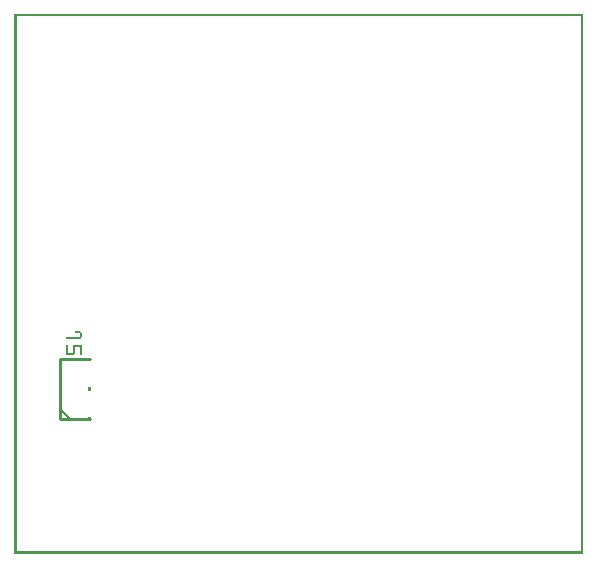
<source format=gbo>
G04 MADE WITH FRITZING*
G04 WWW.FRITZING.ORG*
G04 DOUBLE SIDED*
G04 HOLES PLATED*
G04 CONTOUR ON CENTER OF CONTOUR VECTOR*
%ASAXBY*%
%FSLAX23Y23*%
%MOIN*%
%OFA0B0*%
%SFA1.0B1.0*%
%ADD10C,0.010000*%
%ADD11C,0.005000*%
%ADD12R,0.001000X0.001000*%
%LNSILK0*%
G90*
G70*
G54D10*
X151Y448D02*
X151Y648D01*
D02*
X151Y648D02*
X251Y648D01*
D02*
X251Y448D02*
X151Y448D01*
G54D11*
D02*
X151Y483D02*
X186Y448D01*
G54D12*
X0Y1799D02*
X1896Y1799D01*
X0Y1798D02*
X1896Y1798D01*
X0Y1797D02*
X1896Y1797D01*
X0Y1796D02*
X1896Y1796D01*
X0Y1795D02*
X1896Y1795D01*
X0Y1794D02*
X1896Y1794D01*
X0Y1793D02*
X1896Y1793D01*
X0Y1792D02*
X1896Y1792D01*
X0Y1791D02*
X7Y1791D01*
X1889Y1791D02*
X1896Y1791D01*
X0Y1790D02*
X7Y1790D01*
X1889Y1790D02*
X1896Y1790D01*
X0Y1789D02*
X7Y1789D01*
X1889Y1789D02*
X1896Y1789D01*
X0Y1788D02*
X7Y1788D01*
X1889Y1788D02*
X1896Y1788D01*
X0Y1787D02*
X7Y1787D01*
X1889Y1787D02*
X1896Y1787D01*
X0Y1786D02*
X7Y1786D01*
X1889Y1786D02*
X1896Y1786D01*
X0Y1785D02*
X7Y1785D01*
X1889Y1785D02*
X1896Y1785D01*
X0Y1784D02*
X7Y1784D01*
X1889Y1784D02*
X1896Y1784D01*
X0Y1783D02*
X7Y1783D01*
X1889Y1783D02*
X1896Y1783D01*
X0Y1782D02*
X7Y1782D01*
X1889Y1782D02*
X1896Y1782D01*
X0Y1781D02*
X7Y1781D01*
X1889Y1781D02*
X1896Y1781D01*
X0Y1780D02*
X7Y1780D01*
X1889Y1780D02*
X1896Y1780D01*
X0Y1779D02*
X7Y1779D01*
X1889Y1779D02*
X1896Y1779D01*
X0Y1778D02*
X7Y1778D01*
X1889Y1778D02*
X1896Y1778D01*
X0Y1777D02*
X7Y1777D01*
X1889Y1777D02*
X1896Y1777D01*
X0Y1776D02*
X7Y1776D01*
X1889Y1776D02*
X1896Y1776D01*
X0Y1775D02*
X7Y1775D01*
X1889Y1775D02*
X1896Y1775D01*
X0Y1774D02*
X7Y1774D01*
X1889Y1774D02*
X1896Y1774D01*
X0Y1773D02*
X7Y1773D01*
X1889Y1773D02*
X1896Y1773D01*
X0Y1772D02*
X7Y1772D01*
X1889Y1772D02*
X1896Y1772D01*
X0Y1771D02*
X7Y1771D01*
X1889Y1771D02*
X1896Y1771D01*
X0Y1770D02*
X7Y1770D01*
X1889Y1770D02*
X1896Y1770D01*
X0Y1769D02*
X7Y1769D01*
X1889Y1769D02*
X1896Y1769D01*
X0Y1768D02*
X7Y1768D01*
X1889Y1768D02*
X1896Y1768D01*
X0Y1767D02*
X7Y1767D01*
X1889Y1767D02*
X1896Y1767D01*
X0Y1766D02*
X7Y1766D01*
X1889Y1766D02*
X1896Y1766D01*
X0Y1765D02*
X7Y1765D01*
X1889Y1765D02*
X1896Y1765D01*
X0Y1764D02*
X7Y1764D01*
X1889Y1764D02*
X1896Y1764D01*
X0Y1763D02*
X7Y1763D01*
X1889Y1763D02*
X1896Y1763D01*
X0Y1762D02*
X7Y1762D01*
X1889Y1762D02*
X1896Y1762D01*
X0Y1761D02*
X7Y1761D01*
X1889Y1761D02*
X1896Y1761D01*
X0Y1760D02*
X7Y1760D01*
X1889Y1760D02*
X1896Y1760D01*
X0Y1759D02*
X7Y1759D01*
X1889Y1759D02*
X1896Y1759D01*
X0Y1758D02*
X7Y1758D01*
X1889Y1758D02*
X1896Y1758D01*
X0Y1757D02*
X7Y1757D01*
X1889Y1757D02*
X1896Y1757D01*
X0Y1756D02*
X7Y1756D01*
X1889Y1756D02*
X1896Y1756D01*
X0Y1755D02*
X7Y1755D01*
X1889Y1755D02*
X1896Y1755D01*
X0Y1754D02*
X7Y1754D01*
X1889Y1754D02*
X1896Y1754D01*
X0Y1753D02*
X7Y1753D01*
X1889Y1753D02*
X1896Y1753D01*
X0Y1752D02*
X7Y1752D01*
X1889Y1752D02*
X1896Y1752D01*
X0Y1751D02*
X7Y1751D01*
X1889Y1751D02*
X1896Y1751D01*
X0Y1750D02*
X7Y1750D01*
X1889Y1750D02*
X1896Y1750D01*
X0Y1749D02*
X7Y1749D01*
X1889Y1749D02*
X1896Y1749D01*
X0Y1748D02*
X7Y1748D01*
X1889Y1748D02*
X1896Y1748D01*
X0Y1747D02*
X7Y1747D01*
X1889Y1747D02*
X1896Y1747D01*
X0Y1746D02*
X7Y1746D01*
X1889Y1746D02*
X1896Y1746D01*
X0Y1745D02*
X7Y1745D01*
X1889Y1745D02*
X1896Y1745D01*
X0Y1744D02*
X7Y1744D01*
X1889Y1744D02*
X1896Y1744D01*
X0Y1743D02*
X7Y1743D01*
X1889Y1743D02*
X1896Y1743D01*
X0Y1742D02*
X7Y1742D01*
X1889Y1742D02*
X1896Y1742D01*
X0Y1741D02*
X7Y1741D01*
X1889Y1741D02*
X1896Y1741D01*
X0Y1740D02*
X7Y1740D01*
X1889Y1740D02*
X1896Y1740D01*
X0Y1739D02*
X7Y1739D01*
X1889Y1739D02*
X1896Y1739D01*
X0Y1738D02*
X7Y1738D01*
X1889Y1738D02*
X1896Y1738D01*
X0Y1737D02*
X7Y1737D01*
X1889Y1737D02*
X1896Y1737D01*
X0Y1736D02*
X7Y1736D01*
X1889Y1736D02*
X1896Y1736D01*
X0Y1735D02*
X7Y1735D01*
X1889Y1735D02*
X1896Y1735D01*
X0Y1734D02*
X7Y1734D01*
X1889Y1734D02*
X1896Y1734D01*
X0Y1733D02*
X7Y1733D01*
X1889Y1733D02*
X1896Y1733D01*
X0Y1732D02*
X7Y1732D01*
X1889Y1732D02*
X1896Y1732D01*
X0Y1731D02*
X7Y1731D01*
X1889Y1731D02*
X1896Y1731D01*
X0Y1730D02*
X7Y1730D01*
X1889Y1730D02*
X1896Y1730D01*
X0Y1729D02*
X7Y1729D01*
X1889Y1729D02*
X1896Y1729D01*
X0Y1728D02*
X7Y1728D01*
X1889Y1728D02*
X1896Y1728D01*
X0Y1727D02*
X7Y1727D01*
X1889Y1727D02*
X1896Y1727D01*
X0Y1726D02*
X7Y1726D01*
X1889Y1726D02*
X1896Y1726D01*
X0Y1725D02*
X7Y1725D01*
X1889Y1725D02*
X1896Y1725D01*
X0Y1724D02*
X7Y1724D01*
X1889Y1724D02*
X1896Y1724D01*
X0Y1723D02*
X7Y1723D01*
X1889Y1723D02*
X1896Y1723D01*
X0Y1722D02*
X7Y1722D01*
X1889Y1722D02*
X1896Y1722D01*
X0Y1721D02*
X7Y1721D01*
X1889Y1721D02*
X1896Y1721D01*
X0Y1720D02*
X7Y1720D01*
X1889Y1720D02*
X1896Y1720D01*
X0Y1719D02*
X7Y1719D01*
X1889Y1719D02*
X1896Y1719D01*
X0Y1718D02*
X7Y1718D01*
X1889Y1718D02*
X1896Y1718D01*
X0Y1717D02*
X7Y1717D01*
X1889Y1717D02*
X1896Y1717D01*
X0Y1716D02*
X7Y1716D01*
X1889Y1716D02*
X1896Y1716D01*
X0Y1715D02*
X7Y1715D01*
X1889Y1715D02*
X1896Y1715D01*
X0Y1714D02*
X7Y1714D01*
X1889Y1714D02*
X1896Y1714D01*
X0Y1713D02*
X7Y1713D01*
X1889Y1713D02*
X1896Y1713D01*
X0Y1712D02*
X7Y1712D01*
X1889Y1712D02*
X1896Y1712D01*
X0Y1711D02*
X7Y1711D01*
X1889Y1711D02*
X1896Y1711D01*
X0Y1710D02*
X7Y1710D01*
X1889Y1710D02*
X1896Y1710D01*
X0Y1709D02*
X7Y1709D01*
X1889Y1709D02*
X1896Y1709D01*
X0Y1708D02*
X7Y1708D01*
X1889Y1708D02*
X1896Y1708D01*
X0Y1707D02*
X7Y1707D01*
X1889Y1707D02*
X1896Y1707D01*
X0Y1706D02*
X7Y1706D01*
X1889Y1706D02*
X1896Y1706D01*
X0Y1705D02*
X7Y1705D01*
X1889Y1705D02*
X1896Y1705D01*
X0Y1704D02*
X7Y1704D01*
X1889Y1704D02*
X1896Y1704D01*
X0Y1703D02*
X7Y1703D01*
X1889Y1703D02*
X1896Y1703D01*
X0Y1702D02*
X7Y1702D01*
X1889Y1702D02*
X1896Y1702D01*
X0Y1701D02*
X7Y1701D01*
X1889Y1701D02*
X1896Y1701D01*
X0Y1700D02*
X7Y1700D01*
X1889Y1700D02*
X1896Y1700D01*
X0Y1699D02*
X7Y1699D01*
X1889Y1699D02*
X1896Y1699D01*
X0Y1698D02*
X7Y1698D01*
X1889Y1698D02*
X1896Y1698D01*
X0Y1697D02*
X7Y1697D01*
X1889Y1697D02*
X1896Y1697D01*
X0Y1696D02*
X7Y1696D01*
X1889Y1696D02*
X1896Y1696D01*
X0Y1695D02*
X7Y1695D01*
X1889Y1695D02*
X1896Y1695D01*
X0Y1694D02*
X7Y1694D01*
X1889Y1694D02*
X1896Y1694D01*
X0Y1693D02*
X7Y1693D01*
X1889Y1693D02*
X1896Y1693D01*
X0Y1692D02*
X7Y1692D01*
X1889Y1692D02*
X1896Y1692D01*
X0Y1691D02*
X7Y1691D01*
X1889Y1691D02*
X1896Y1691D01*
X0Y1690D02*
X7Y1690D01*
X1889Y1690D02*
X1896Y1690D01*
X0Y1689D02*
X7Y1689D01*
X1889Y1689D02*
X1896Y1689D01*
X0Y1688D02*
X7Y1688D01*
X1889Y1688D02*
X1896Y1688D01*
X0Y1687D02*
X7Y1687D01*
X1889Y1687D02*
X1896Y1687D01*
X0Y1686D02*
X7Y1686D01*
X1889Y1686D02*
X1896Y1686D01*
X0Y1685D02*
X7Y1685D01*
X1889Y1685D02*
X1896Y1685D01*
X0Y1684D02*
X7Y1684D01*
X1889Y1684D02*
X1896Y1684D01*
X0Y1683D02*
X7Y1683D01*
X1889Y1683D02*
X1896Y1683D01*
X0Y1682D02*
X7Y1682D01*
X1889Y1682D02*
X1896Y1682D01*
X0Y1681D02*
X7Y1681D01*
X1889Y1681D02*
X1896Y1681D01*
X0Y1680D02*
X7Y1680D01*
X1889Y1680D02*
X1896Y1680D01*
X0Y1679D02*
X7Y1679D01*
X1889Y1679D02*
X1896Y1679D01*
X0Y1678D02*
X7Y1678D01*
X1889Y1678D02*
X1896Y1678D01*
X0Y1677D02*
X7Y1677D01*
X1889Y1677D02*
X1896Y1677D01*
X0Y1676D02*
X7Y1676D01*
X1889Y1676D02*
X1896Y1676D01*
X0Y1675D02*
X7Y1675D01*
X1889Y1675D02*
X1896Y1675D01*
X0Y1674D02*
X7Y1674D01*
X1889Y1674D02*
X1896Y1674D01*
X0Y1673D02*
X7Y1673D01*
X1889Y1673D02*
X1896Y1673D01*
X0Y1672D02*
X7Y1672D01*
X1889Y1672D02*
X1896Y1672D01*
X0Y1671D02*
X7Y1671D01*
X1889Y1671D02*
X1896Y1671D01*
X0Y1670D02*
X7Y1670D01*
X1889Y1670D02*
X1896Y1670D01*
X0Y1669D02*
X7Y1669D01*
X1889Y1669D02*
X1896Y1669D01*
X0Y1668D02*
X7Y1668D01*
X1889Y1668D02*
X1896Y1668D01*
X0Y1667D02*
X7Y1667D01*
X1889Y1667D02*
X1896Y1667D01*
X0Y1666D02*
X7Y1666D01*
X1889Y1666D02*
X1896Y1666D01*
X0Y1665D02*
X7Y1665D01*
X1889Y1665D02*
X1896Y1665D01*
X0Y1664D02*
X7Y1664D01*
X1889Y1664D02*
X1896Y1664D01*
X0Y1663D02*
X7Y1663D01*
X1889Y1663D02*
X1896Y1663D01*
X0Y1662D02*
X7Y1662D01*
X1889Y1662D02*
X1896Y1662D01*
X0Y1661D02*
X7Y1661D01*
X1889Y1661D02*
X1896Y1661D01*
X0Y1660D02*
X7Y1660D01*
X1889Y1660D02*
X1896Y1660D01*
X0Y1659D02*
X7Y1659D01*
X1889Y1659D02*
X1896Y1659D01*
X0Y1658D02*
X7Y1658D01*
X1889Y1658D02*
X1896Y1658D01*
X0Y1657D02*
X7Y1657D01*
X1889Y1657D02*
X1896Y1657D01*
X0Y1656D02*
X7Y1656D01*
X1889Y1656D02*
X1896Y1656D01*
X0Y1655D02*
X7Y1655D01*
X1889Y1655D02*
X1896Y1655D01*
X0Y1654D02*
X7Y1654D01*
X1889Y1654D02*
X1896Y1654D01*
X0Y1653D02*
X7Y1653D01*
X1889Y1653D02*
X1896Y1653D01*
X0Y1652D02*
X7Y1652D01*
X1889Y1652D02*
X1896Y1652D01*
X0Y1651D02*
X7Y1651D01*
X1889Y1651D02*
X1896Y1651D01*
X0Y1650D02*
X7Y1650D01*
X1889Y1650D02*
X1896Y1650D01*
X0Y1649D02*
X7Y1649D01*
X1889Y1649D02*
X1896Y1649D01*
X0Y1648D02*
X7Y1648D01*
X1889Y1648D02*
X1896Y1648D01*
X0Y1647D02*
X7Y1647D01*
X1889Y1647D02*
X1896Y1647D01*
X0Y1646D02*
X7Y1646D01*
X1889Y1646D02*
X1896Y1646D01*
X0Y1645D02*
X7Y1645D01*
X1889Y1645D02*
X1896Y1645D01*
X0Y1644D02*
X7Y1644D01*
X1889Y1644D02*
X1896Y1644D01*
X0Y1643D02*
X7Y1643D01*
X1889Y1643D02*
X1896Y1643D01*
X0Y1642D02*
X7Y1642D01*
X1889Y1642D02*
X1896Y1642D01*
X0Y1641D02*
X7Y1641D01*
X1889Y1641D02*
X1896Y1641D01*
X0Y1640D02*
X7Y1640D01*
X1889Y1640D02*
X1896Y1640D01*
X0Y1639D02*
X7Y1639D01*
X1889Y1639D02*
X1896Y1639D01*
X0Y1638D02*
X7Y1638D01*
X1889Y1638D02*
X1896Y1638D01*
X0Y1637D02*
X7Y1637D01*
X1889Y1637D02*
X1896Y1637D01*
X0Y1636D02*
X7Y1636D01*
X1889Y1636D02*
X1896Y1636D01*
X0Y1635D02*
X7Y1635D01*
X1889Y1635D02*
X1896Y1635D01*
X0Y1634D02*
X7Y1634D01*
X1889Y1634D02*
X1896Y1634D01*
X0Y1633D02*
X7Y1633D01*
X1889Y1633D02*
X1896Y1633D01*
X0Y1632D02*
X7Y1632D01*
X1889Y1632D02*
X1896Y1632D01*
X0Y1631D02*
X7Y1631D01*
X1889Y1631D02*
X1896Y1631D01*
X0Y1630D02*
X7Y1630D01*
X1889Y1630D02*
X1896Y1630D01*
X0Y1629D02*
X7Y1629D01*
X1889Y1629D02*
X1896Y1629D01*
X0Y1628D02*
X7Y1628D01*
X1889Y1628D02*
X1896Y1628D01*
X0Y1627D02*
X7Y1627D01*
X1889Y1627D02*
X1896Y1627D01*
X0Y1626D02*
X7Y1626D01*
X1889Y1626D02*
X1896Y1626D01*
X0Y1625D02*
X7Y1625D01*
X1889Y1625D02*
X1896Y1625D01*
X0Y1624D02*
X7Y1624D01*
X1889Y1624D02*
X1896Y1624D01*
X0Y1623D02*
X7Y1623D01*
X1889Y1623D02*
X1896Y1623D01*
X0Y1622D02*
X7Y1622D01*
X1889Y1622D02*
X1896Y1622D01*
X0Y1621D02*
X7Y1621D01*
X1889Y1621D02*
X1896Y1621D01*
X0Y1620D02*
X7Y1620D01*
X1889Y1620D02*
X1896Y1620D01*
X0Y1619D02*
X7Y1619D01*
X1889Y1619D02*
X1896Y1619D01*
X0Y1618D02*
X7Y1618D01*
X1889Y1618D02*
X1896Y1618D01*
X0Y1617D02*
X7Y1617D01*
X1889Y1617D02*
X1896Y1617D01*
X0Y1616D02*
X7Y1616D01*
X1889Y1616D02*
X1896Y1616D01*
X0Y1615D02*
X7Y1615D01*
X1889Y1615D02*
X1896Y1615D01*
X0Y1614D02*
X7Y1614D01*
X1889Y1614D02*
X1896Y1614D01*
X0Y1613D02*
X7Y1613D01*
X1889Y1613D02*
X1896Y1613D01*
X0Y1612D02*
X7Y1612D01*
X1889Y1612D02*
X1896Y1612D01*
X0Y1611D02*
X7Y1611D01*
X1889Y1611D02*
X1896Y1611D01*
X0Y1610D02*
X7Y1610D01*
X1889Y1610D02*
X1896Y1610D01*
X0Y1609D02*
X7Y1609D01*
X1889Y1609D02*
X1896Y1609D01*
X0Y1608D02*
X7Y1608D01*
X1889Y1608D02*
X1896Y1608D01*
X0Y1607D02*
X7Y1607D01*
X1889Y1607D02*
X1896Y1607D01*
X0Y1606D02*
X7Y1606D01*
X1889Y1606D02*
X1896Y1606D01*
X0Y1605D02*
X7Y1605D01*
X1889Y1605D02*
X1896Y1605D01*
X0Y1604D02*
X7Y1604D01*
X1889Y1604D02*
X1896Y1604D01*
X0Y1603D02*
X7Y1603D01*
X1889Y1603D02*
X1896Y1603D01*
X0Y1602D02*
X7Y1602D01*
X1889Y1602D02*
X1896Y1602D01*
X0Y1601D02*
X7Y1601D01*
X1889Y1601D02*
X1896Y1601D01*
X0Y1600D02*
X7Y1600D01*
X1889Y1600D02*
X1896Y1600D01*
X0Y1599D02*
X7Y1599D01*
X1889Y1599D02*
X1896Y1599D01*
X0Y1598D02*
X7Y1598D01*
X1889Y1598D02*
X1896Y1598D01*
X0Y1597D02*
X7Y1597D01*
X1889Y1597D02*
X1896Y1597D01*
X0Y1596D02*
X7Y1596D01*
X1889Y1596D02*
X1896Y1596D01*
X0Y1595D02*
X7Y1595D01*
X1889Y1595D02*
X1896Y1595D01*
X0Y1594D02*
X7Y1594D01*
X1889Y1594D02*
X1896Y1594D01*
X0Y1593D02*
X7Y1593D01*
X1889Y1593D02*
X1896Y1593D01*
X0Y1592D02*
X7Y1592D01*
X1889Y1592D02*
X1896Y1592D01*
X0Y1591D02*
X7Y1591D01*
X1889Y1591D02*
X1896Y1591D01*
X0Y1590D02*
X7Y1590D01*
X1889Y1590D02*
X1896Y1590D01*
X0Y1589D02*
X7Y1589D01*
X1889Y1589D02*
X1896Y1589D01*
X0Y1588D02*
X7Y1588D01*
X1889Y1588D02*
X1896Y1588D01*
X0Y1587D02*
X7Y1587D01*
X1889Y1587D02*
X1896Y1587D01*
X0Y1586D02*
X7Y1586D01*
X1889Y1586D02*
X1896Y1586D01*
X0Y1585D02*
X7Y1585D01*
X1889Y1585D02*
X1896Y1585D01*
X0Y1584D02*
X7Y1584D01*
X1889Y1584D02*
X1896Y1584D01*
X0Y1583D02*
X7Y1583D01*
X1889Y1583D02*
X1896Y1583D01*
X0Y1582D02*
X7Y1582D01*
X1889Y1582D02*
X1896Y1582D01*
X0Y1581D02*
X7Y1581D01*
X1889Y1581D02*
X1896Y1581D01*
X0Y1580D02*
X7Y1580D01*
X1889Y1580D02*
X1896Y1580D01*
X0Y1579D02*
X7Y1579D01*
X1889Y1579D02*
X1896Y1579D01*
X0Y1578D02*
X7Y1578D01*
X1889Y1578D02*
X1896Y1578D01*
X0Y1577D02*
X7Y1577D01*
X1889Y1577D02*
X1896Y1577D01*
X0Y1576D02*
X7Y1576D01*
X1889Y1576D02*
X1896Y1576D01*
X0Y1575D02*
X7Y1575D01*
X1889Y1575D02*
X1896Y1575D01*
X0Y1574D02*
X7Y1574D01*
X1889Y1574D02*
X1896Y1574D01*
X0Y1573D02*
X7Y1573D01*
X1889Y1573D02*
X1896Y1573D01*
X0Y1572D02*
X7Y1572D01*
X1889Y1572D02*
X1896Y1572D01*
X0Y1571D02*
X7Y1571D01*
X1889Y1571D02*
X1896Y1571D01*
X0Y1570D02*
X7Y1570D01*
X1889Y1570D02*
X1896Y1570D01*
X0Y1569D02*
X7Y1569D01*
X1889Y1569D02*
X1896Y1569D01*
X0Y1568D02*
X7Y1568D01*
X1889Y1568D02*
X1896Y1568D01*
X0Y1567D02*
X7Y1567D01*
X1889Y1567D02*
X1896Y1567D01*
X0Y1566D02*
X7Y1566D01*
X1889Y1566D02*
X1896Y1566D01*
X0Y1565D02*
X7Y1565D01*
X1889Y1565D02*
X1896Y1565D01*
X0Y1564D02*
X7Y1564D01*
X1889Y1564D02*
X1896Y1564D01*
X0Y1563D02*
X7Y1563D01*
X1889Y1563D02*
X1896Y1563D01*
X0Y1562D02*
X7Y1562D01*
X1889Y1562D02*
X1896Y1562D01*
X0Y1561D02*
X7Y1561D01*
X1889Y1561D02*
X1896Y1561D01*
X0Y1560D02*
X7Y1560D01*
X1889Y1560D02*
X1896Y1560D01*
X0Y1559D02*
X7Y1559D01*
X1889Y1559D02*
X1896Y1559D01*
X0Y1558D02*
X7Y1558D01*
X1889Y1558D02*
X1896Y1558D01*
X0Y1557D02*
X7Y1557D01*
X1889Y1557D02*
X1896Y1557D01*
X0Y1556D02*
X7Y1556D01*
X1889Y1556D02*
X1896Y1556D01*
X0Y1555D02*
X7Y1555D01*
X1889Y1555D02*
X1896Y1555D01*
X0Y1554D02*
X7Y1554D01*
X1889Y1554D02*
X1896Y1554D01*
X0Y1553D02*
X7Y1553D01*
X1889Y1553D02*
X1896Y1553D01*
X0Y1552D02*
X7Y1552D01*
X1889Y1552D02*
X1896Y1552D01*
X0Y1551D02*
X7Y1551D01*
X1889Y1551D02*
X1896Y1551D01*
X0Y1550D02*
X7Y1550D01*
X1889Y1550D02*
X1896Y1550D01*
X0Y1549D02*
X7Y1549D01*
X1889Y1549D02*
X1896Y1549D01*
X0Y1548D02*
X7Y1548D01*
X1889Y1548D02*
X1896Y1548D01*
X0Y1547D02*
X7Y1547D01*
X1889Y1547D02*
X1896Y1547D01*
X0Y1546D02*
X7Y1546D01*
X1889Y1546D02*
X1896Y1546D01*
X0Y1545D02*
X7Y1545D01*
X1889Y1545D02*
X1896Y1545D01*
X0Y1544D02*
X7Y1544D01*
X1889Y1544D02*
X1896Y1544D01*
X0Y1543D02*
X7Y1543D01*
X1889Y1543D02*
X1896Y1543D01*
X0Y1542D02*
X7Y1542D01*
X1889Y1542D02*
X1896Y1542D01*
X0Y1541D02*
X7Y1541D01*
X1889Y1541D02*
X1896Y1541D01*
X0Y1540D02*
X7Y1540D01*
X1889Y1540D02*
X1896Y1540D01*
X0Y1539D02*
X7Y1539D01*
X1889Y1539D02*
X1896Y1539D01*
X0Y1538D02*
X7Y1538D01*
X1889Y1538D02*
X1896Y1538D01*
X0Y1537D02*
X7Y1537D01*
X1889Y1537D02*
X1896Y1537D01*
X0Y1536D02*
X7Y1536D01*
X1889Y1536D02*
X1896Y1536D01*
X0Y1535D02*
X7Y1535D01*
X1889Y1535D02*
X1896Y1535D01*
X0Y1534D02*
X7Y1534D01*
X1889Y1534D02*
X1896Y1534D01*
X0Y1533D02*
X7Y1533D01*
X1889Y1533D02*
X1896Y1533D01*
X0Y1532D02*
X7Y1532D01*
X1889Y1532D02*
X1896Y1532D01*
X0Y1531D02*
X7Y1531D01*
X1889Y1531D02*
X1896Y1531D01*
X0Y1530D02*
X7Y1530D01*
X1889Y1530D02*
X1896Y1530D01*
X0Y1529D02*
X7Y1529D01*
X1889Y1529D02*
X1896Y1529D01*
X0Y1528D02*
X7Y1528D01*
X1889Y1528D02*
X1896Y1528D01*
X0Y1527D02*
X7Y1527D01*
X1889Y1527D02*
X1896Y1527D01*
X0Y1526D02*
X7Y1526D01*
X1889Y1526D02*
X1896Y1526D01*
X0Y1525D02*
X7Y1525D01*
X1889Y1525D02*
X1896Y1525D01*
X0Y1524D02*
X7Y1524D01*
X1889Y1524D02*
X1896Y1524D01*
X0Y1523D02*
X7Y1523D01*
X1889Y1523D02*
X1896Y1523D01*
X0Y1522D02*
X7Y1522D01*
X1889Y1522D02*
X1896Y1522D01*
X0Y1521D02*
X7Y1521D01*
X1889Y1521D02*
X1896Y1521D01*
X0Y1520D02*
X7Y1520D01*
X1889Y1520D02*
X1896Y1520D01*
X0Y1519D02*
X7Y1519D01*
X1889Y1519D02*
X1896Y1519D01*
X0Y1518D02*
X7Y1518D01*
X1889Y1518D02*
X1896Y1518D01*
X0Y1517D02*
X7Y1517D01*
X1889Y1517D02*
X1896Y1517D01*
X0Y1516D02*
X7Y1516D01*
X1889Y1516D02*
X1896Y1516D01*
X0Y1515D02*
X7Y1515D01*
X1889Y1515D02*
X1896Y1515D01*
X0Y1514D02*
X7Y1514D01*
X1889Y1514D02*
X1896Y1514D01*
X0Y1513D02*
X7Y1513D01*
X1889Y1513D02*
X1896Y1513D01*
X0Y1512D02*
X7Y1512D01*
X1889Y1512D02*
X1896Y1512D01*
X0Y1511D02*
X7Y1511D01*
X1889Y1511D02*
X1896Y1511D01*
X0Y1510D02*
X7Y1510D01*
X1889Y1510D02*
X1896Y1510D01*
X0Y1509D02*
X7Y1509D01*
X1889Y1509D02*
X1896Y1509D01*
X0Y1508D02*
X7Y1508D01*
X1889Y1508D02*
X1896Y1508D01*
X0Y1507D02*
X7Y1507D01*
X1889Y1507D02*
X1896Y1507D01*
X0Y1506D02*
X7Y1506D01*
X1889Y1506D02*
X1896Y1506D01*
X0Y1505D02*
X7Y1505D01*
X1889Y1505D02*
X1896Y1505D01*
X0Y1504D02*
X7Y1504D01*
X1889Y1504D02*
X1896Y1504D01*
X0Y1503D02*
X7Y1503D01*
X1889Y1503D02*
X1896Y1503D01*
X0Y1502D02*
X7Y1502D01*
X1889Y1502D02*
X1896Y1502D01*
X0Y1501D02*
X7Y1501D01*
X1889Y1501D02*
X1896Y1501D01*
X0Y1500D02*
X7Y1500D01*
X1889Y1500D02*
X1896Y1500D01*
X0Y1499D02*
X7Y1499D01*
X1889Y1499D02*
X1896Y1499D01*
X0Y1498D02*
X7Y1498D01*
X1889Y1498D02*
X1896Y1498D01*
X0Y1497D02*
X7Y1497D01*
X1889Y1497D02*
X1896Y1497D01*
X0Y1496D02*
X7Y1496D01*
X1889Y1496D02*
X1896Y1496D01*
X0Y1495D02*
X7Y1495D01*
X1889Y1495D02*
X1896Y1495D01*
X0Y1494D02*
X7Y1494D01*
X1889Y1494D02*
X1896Y1494D01*
X0Y1493D02*
X7Y1493D01*
X1889Y1493D02*
X1896Y1493D01*
X0Y1492D02*
X7Y1492D01*
X1889Y1492D02*
X1896Y1492D01*
X0Y1491D02*
X7Y1491D01*
X1889Y1491D02*
X1896Y1491D01*
X0Y1490D02*
X7Y1490D01*
X1889Y1490D02*
X1896Y1490D01*
X0Y1489D02*
X7Y1489D01*
X1889Y1489D02*
X1896Y1489D01*
X0Y1488D02*
X7Y1488D01*
X1889Y1488D02*
X1896Y1488D01*
X0Y1487D02*
X7Y1487D01*
X1889Y1487D02*
X1896Y1487D01*
X0Y1486D02*
X7Y1486D01*
X1889Y1486D02*
X1896Y1486D01*
X0Y1485D02*
X7Y1485D01*
X1889Y1485D02*
X1896Y1485D01*
X0Y1484D02*
X7Y1484D01*
X1889Y1484D02*
X1896Y1484D01*
X0Y1483D02*
X7Y1483D01*
X1889Y1483D02*
X1896Y1483D01*
X0Y1482D02*
X7Y1482D01*
X1889Y1482D02*
X1896Y1482D01*
X0Y1481D02*
X7Y1481D01*
X1889Y1481D02*
X1896Y1481D01*
X0Y1480D02*
X7Y1480D01*
X1889Y1480D02*
X1896Y1480D01*
X0Y1479D02*
X7Y1479D01*
X1889Y1479D02*
X1896Y1479D01*
X0Y1478D02*
X7Y1478D01*
X1889Y1478D02*
X1896Y1478D01*
X0Y1477D02*
X7Y1477D01*
X1889Y1477D02*
X1896Y1477D01*
X0Y1476D02*
X7Y1476D01*
X1889Y1476D02*
X1896Y1476D01*
X0Y1475D02*
X7Y1475D01*
X1889Y1475D02*
X1896Y1475D01*
X0Y1474D02*
X7Y1474D01*
X1889Y1474D02*
X1896Y1474D01*
X0Y1473D02*
X7Y1473D01*
X1889Y1473D02*
X1896Y1473D01*
X0Y1472D02*
X7Y1472D01*
X1889Y1472D02*
X1896Y1472D01*
X0Y1471D02*
X7Y1471D01*
X1889Y1471D02*
X1896Y1471D01*
X0Y1470D02*
X7Y1470D01*
X1889Y1470D02*
X1896Y1470D01*
X0Y1469D02*
X7Y1469D01*
X1889Y1469D02*
X1896Y1469D01*
X0Y1468D02*
X7Y1468D01*
X1889Y1468D02*
X1896Y1468D01*
X0Y1467D02*
X7Y1467D01*
X1889Y1467D02*
X1896Y1467D01*
X0Y1466D02*
X7Y1466D01*
X1889Y1466D02*
X1896Y1466D01*
X0Y1465D02*
X7Y1465D01*
X1889Y1465D02*
X1896Y1465D01*
X0Y1464D02*
X7Y1464D01*
X1889Y1464D02*
X1896Y1464D01*
X0Y1463D02*
X7Y1463D01*
X1889Y1463D02*
X1896Y1463D01*
X0Y1462D02*
X7Y1462D01*
X1889Y1462D02*
X1896Y1462D01*
X0Y1461D02*
X7Y1461D01*
X1889Y1461D02*
X1896Y1461D01*
X0Y1460D02*
X7Y1460D01*
X1889Y1460D02*
X1896Y1460D01*
X0Y1459D02*
X7Y1459D01*
X1889Y1459D02*
X1896Y1459D01*
X0Y1458D02*
X7Y1458D01*
X1889Y1458D02*
X1896Y1458D01*
X0Y1457D02*
X7Y1457D01*
X1889Y1457D02*
X1896Y1457D01*
X0Y1456D02*
X7Y1456D01*
X1889Y1456D02*
X1896Y1456D01*
X0Y1455D02*
X7Y1455D01*
X1889Y1455D02*
X1896Y1455D01*
X0Y1454D02*
X7Y1454D01*
X1889Y1454D02*
X1896Y1454D01*
X0Y1453D02*
X7Y1453D01*
X1889Y1453D02*
X1896Y1453D01*
X0Y1452D02*
X7Y1452D01*
X1889Y1452D02*
X1896Y1452D01*
X0Y1451D02*
X7Y1451D01*
X1889Y1451D02*
X1896Y1451D01*
X0Y1450D02*
X7Y1450D01*
X1889Y1450D02*
X1896Y1450D01*
X0Y1449D02*
X7Y1449D01*
X1889Y1449D02*
X1896Y1449D01*
X0Y1448D02*
X7Y1448D01*
X1889Y1448D02*
X1896Y1448D01*
X0Y1447D02*
X7Y1447D01*
X1889Y1447D02*
X1896Y1447D01*
X0Y1446D02*
X7Y1446D01*
X1889Y1446D02*
X1896Y1446D01*
X0Y1445D02*
X7Y1445D01*
X1889Y1445D02*
X1896Y1445D01*
X0Y1444D02*
X7Y1444D01*
X1889Y1444D02*
X1896Y1444D01*
X0Y1443D02*
X7Y1443D01*
X1889Y1443D02*
X1896Y1443D01*
X0Y1442D02*
X7Y1442D01*
X1889Y1442D02*
X1896Y1442D01*
X0Y1441D02*
X7Y1441D01*
X1889Y1441D02*
X1896Y1441D01*
X0Y1440D02*
X7Y1440D01*
X1889Y1440D02*
X1896Y1440D01*
X0Y1439D02*
X7Y1439D01*
X1889Y1439D02*
X1896Y1439D01*
X0Y1438D02*
X7Y1438D01*
X1889Y1438D02*
X1896Y1438D01*
X0Y1437D02*
X7Y1437D01*
X1889Y1437D02*
X1896Y1437D01*
X0Y1436D02*
X7Y1436D01*
X1889Y1436D02*
X1896Y1436D01*
X0Y1435D02*
X7Y1435D01*
X1889Y1435D02*
X1896Y1435D01*
X0Y1434D02*
X7Y1434D01*
X1889Y1434D02*
X1896Y1434D01*
X0Y1433D02*
X7Y1433D01*
X1889Y1433D02*
X1896Y1433D01*
X0Y1432D02*
X7Y1432D01*
X1889Y1432D02*
X1896Y1432D01*
X0Y1431D02*
X7Y1431D01*
X1889Y1431D02*
X1896Y1431D01*
X0Y1430D02*
X7Y1430D01*
X1889Y1430D02*
X1896Y1430D01*
X0Y1429D02*
X7Y1429D01*
X1889Y1429D02*
X1896Y1429D01*
X0Y1428D02*
X7Y1428D01*
X1889Y1428D02*
X1896Y1428D01*
X0Y1427D02*
X7Y1427D01*
X1889Y1427D02*
X1896Y1427D01*
X0Y1426D02*
X7Y1426D01*
X1889Y1426D02*
X1896Y1426D01*
X0Y1425D02*
X7Y1425D01*
X1889Y1425D02*
X1896Y1425D01*
X0Y1424D02*
X7Y1424D01*
X1889Y1424D02*
X1896Y1424D01*
X0Y1423D02*
X7Y1423D01*
X1889Y1423D02*
X1896Y1423D01*
X0Y1422D02*
X7Y1422D01*
X1889Y1422D02*
X1896Y1422D01*
X0Y1421D02*
X7Y1421D01*
X1889Y1421D02*
X1896Y1421D01*
X0Y1420D02*
X7Y1420D01*
X1889Y1420D02*
X1896Y1420D01*
X0Y1419D02*
X7Y1419D01*
X1889Y1419D02*
X1896Y1419D01*
X0Y1418D02*
X7Y1418D01*
X1889Y1418D02*
X1896Y1418D01*
X0Y1417D02*
X7Y1417D01*
X1889Y1417D02*
X1896Y1417D01*
X0Y1416D02*
X7Y1416D01*
X1889Y1416D02*
X1896Y1416D01*
X0Y1415D02*
X7Y1415D01*
X1889Y1415D02*
X1896Y1415D01*
X0Y1414D02*
X7Y1414D01*
X1889Y1414D02*
X1896Y1414D01*
X0Y1413D02*
X7Y1413D01*
X1889Y1413D02*
X1896Y1413D01*
X0Y1412D02*
X7Y1412D01*
X1889Y1412D02*
X1896Y1412D01*
X0Y1411D02*
X7Y1411D01*
X1889Y1411D02*
X1896Y1411D01*
X0Y1410D02*
X7Y1410D01*
X1889Y1410D02*
X1896Y1410D01*
X0Y1409D02*
X7Y1409D01*
X1889Y1409D02*
X1896Y1409D01*
X0Y1408D02*
X7Y1408D01*
X1889Y1408D02*
X1896Y1408D01*
X0Y1407D02*
X7Y1407D01*
X1889Y1407D02*
X1896Y1407D01*
X0Y1406D02*
X7Y1406D01*
X1889Y1406D02*
X1896Y1406D01*
X0Y1405D02*
X7Y1405D01*
X1889Y1405D02*
X1896Y1405D01*
X0Y1404D02*
X7Y1404D01*
X1889Y1404D02*
X1896Y1404D01*
X0Y1403D02*
X7Y1403D01*
X1889Y1403D02*
X1896Y1403D01*
X0Y1402D02*
X7Y1402D01*
X1889Y1402D02*
X1896Y1402D01*
X0Y1401D02*
X7Y1401D01*
X1889Y1401D02*
X1896Y1401D01*
X0Y1400D02*
X7Y1400D01*
X1889Y1400D02*
X1896Y1400D01*
X0Y1399D02*
X7Y1399D01*
X1889Y1399D02*
X1896Y1399D01*
X0Y1398D02*
X7Y1398D01*
X1889Y1398D02*
X1896Y1398D01*
X0Y1397D02*
X7Y1397D01*
X1889Y1397D02*
X1896Y1397D01*
X0Y1396D02*
X7Y1396D01*
X1889Y1396D02*
X1896Y1396D01*
X0Y1395D02*
X7Y1395D01*
X1889Y1395D02*
X1896Y1395D01*
X0Y1394D02*
X7Y1394D01*
X1889Y1394D02*
X1896Y1394D01*
X0Y1393D02*
X7Y1393D01*
X1889Y1393D02*
X1896Y1393D01*
X0Y1392D02*
X7Y1392D01*
X1889Y1392D02*
X1896Y1392D01*
X0Y1391D02*
X7Y1391D01*
X1889Y1391D02*
X1896Y1391D01*
X0Y1390D02*
X7Y1390D01*
X1889Y1390D02*
X1896Y1390D01*
X0Y1389D02*
X7Y1389D01*
X1889Y1389D02*
X1896Y1389D01*
X0Y1388D02*
X7Y1388D01*
X1889Y1388D02*
X1896Y1388D01*
X0Y1387D02*
X7Y1387D01*
X1889Y1387D02*
X1896Y1387D01*
X0Y1386D02*
X7Y1386D01*
X1889Y1386D02*
X1896Y1386D01*
X0Y1385D02*
X7Y1385D01*
X1889Y1385D02*
X1896Y1385D01*
X0Y1384D02*
X7Y1384D01*
X1889Y1384D02*
X1896Y1384D01*
X0Y1383D02*
X7Y1383D01*
X1889Y1383D02*
X1896Y1383D01*
X0Y1382D02*
X7Y1382D01*
X1889Y1382D02*
X1896Y1382D01*
X0Y1381D02*
X7Y1381D01*
X1889Y1381D02*
X1896Y1381D01*
X0Y1380D02*
X7Y1380D01*
X1889Y1380D02*
X1896Y1380D01*
X0Y1379D02*
X7Y1379D01*
X1889Y1379D02*
X1896Y1379D01*
X0Y1378D02*
X7Y1378D01*
X1889Y1378D02*
X1896Y1378D01*
X0Y1377D02*
X7Y1377D01*
X1889Y1377D02*
X1896Y1377D01*
X0Y1376D02*
X7Y1376D01*
X1889Y1376D02*
X1896Y1376D01*
X0Y1375D02*
X7Y1375D01*
X1889Y1375D02*
X1896Y1375D01*
X0Y1374D02*
X7Y1374D01*
X1889Y1374D02*
X1896Y1374D01*
X0Y1373D02*
X7Y1373D01*
X1889Y1373D02*
X1896Y1373D01*
X0Y1372D02*
X7Y1372D01*
X1889Y1372D02*
X1896Y1372D01*
X0Y1371D02*
X7Y1371D01*
X1889Y1371D02*
X1896Y1371D01*
X0Y1370D02*
X7Y1370D01*
X1889Y1370D02*
X1896Y1370D01*
X0Y1369D02*
X7Y1369D01*
X1889Y1369D02*
X1896Y1369D01*
X0Y1368D02*
X7Y1368D01*
X1889Y1368D02*
X1896Y1368D01*
X0Y1367D02*
X7Y1367D01*
X1889Y1367D02*
X1896Y1367D01*
X0Y1366D02*
X7Y1366D01*
X1889Y1366D02*
X1896Y1366D01*
X0Y1365D02*
X7Y1365D01*
X1889Y1365D02*
X1896Y1365D01*
X0Y1364D02*
X7Y1364D01*
X1889Y1364D02*
X1896Y1364D01*
X0Y1363D02*
X7Y1363D01*
X1889Y1363D02*
X1896Y1363D01*
X0Y1362D02*
X7Y1362D01*
X1889Y1362D02*
X1896Y1362D01*
X0Y1361D02*
X7Y1361D01*
X1889Y1361D02*
X1896Y1361D01*
X0Y1360D02*
X7Y1360D01*
X1889Y1360D02*
X1896Y1360D01*
X0Y1359D02*
X7Y1359D01*
X1889Y1359D02*
X1896Y1359D01*
X0Y1358D02*
X7Y1358D01*
X1889Y1358D02*
X1896Y1358D01*
X0Y1357D02*
X7Y1357D01*
X1889Y1357D02*
X1896Y1357D01*
X0Y1356D02*
X7Y1356D01*
X1889Y1356D02*
X1896Y1356D01*
X0Y1355D02*
X7Y1355D01*
X1889Y1355D02*
X1896Y1355D01*
X0Y1354D02*
X7Y1354D01*
X1889Y1354D02*
X1896Y1354D01*
X0Y1353D02*
X7Y1353D01*
X1889Y1353D02*
X1896Y1353D01*
X0Y1352D02*
X7Y1352D01*
X1889Y1352D02*
X1896Y1352D01*
X0Y1351D02*
X7Y1351D01*
X1889Y1351D02*
X1896Y1351D01*
X0Y1350D02*
X7Y1350D01*
X1889Y1350D02*
X1896Y1350D01*
X0Y1349D02*
X7Y1349D01*
X1889Y1349D02*
X1896Y1349D01*
X0Y1348D02*
X7Y1348D01*
X1889Y1348D02*
X1896Y1348D01*
X0Y1347D02*
X7Y1347D01*
X1889Y1347D02*
X1896Y1347D01*
X0Y1346D02*
X7Y1346D01*
X1889Y1346D02*
X1896Y1346D01*
X0Y1345D02*
X7Y1345D01*
X1889Y1345D02*
X1896Y1345D01*
X0Y1344D02*
X7Y1344D01*
X1889Y1344D02*
X1896Y1344D01*
X0Y1343D02*
X7Y1343D01*
X1889Y1343D02*
X1896Y1343D01*
X0Y1342D02*
X7Y1342D01*
X1889Y1342D02*
X1896Y1342D01*
X0Y1341D02*
X7Y1341D01*
X1889Y1341D02*
X1896Y1341D01*
X0Y1340D02*
X7Y1340D01*
X1889Y1340D02*
X1896Y1340D01*
X0Y1339D02*
X7Y1339D01*
X1889Y1339D02*
X1896Y1339D01*
X0Y1338D02*
X7Y1338D01*
X1889Y1338D02*
X1896Y1338D01*
X0Y1337D02*
X7Y1337D01*
X1889Y1337D02*
X1896Y1337D01*
X0Y1336D02*
X7Y1336D01*
X1889Y1336D02*
X1896Y1336D01*
X0Y1335D02*
X7Y1335D01*
X1889Y1335D02*
X1896Y1335D01*
X0Y1334D02*
X7Y1334D01*
X1889Y1334D02*
X1896Y1334D01*
X0Y1333D02*
X7Y1333D01*
X1889Y1333D02*
X1896Y1333D01*
X0Y1332D02*
X7Y1332D01*
X1889Y1332D02*
X1896Y1332D01*
X0Y1331D02*
X7Y1331D01*
X1889Y1331D02*
X1896Y1331D01*
X0Y1330D02*
X7Y1330D01*
X1889Y1330D02*
X1896Y1330D01*
X0Y1329D02*
X7Y1329D01*
X1889Y1329D02*
X1896Y1329D01*
X0Y1328D02*
X7Y1328D01*
X1889Y1328D02*
X1896Y1328D01*
X0Y1327D02*
X7Y1327D01*
X1889Y1327D02*
X1896Y1327D01*
X0Y1326D02*
X7Y1326D01*
X1889Y1326D02*
X1896Y1326D01*
X0Y1325D02*
X7Y1325D01*
X1889Y1325D02*
X1896Y1325D01*
X0Y1324D02*
X7Y1324D01*
X1889Y1324D02*
X1896Y1324D01*
X0Y1323D02*
X7Y1323D01*
X1889Y1323D02*
X1896Y1323D01*
X0Y1322D02*
X7Y1322D01*
X1889Y1322D02*
X1896Y1322D01*
X0Y1321D02*
X7Y1321D01*
X1889Y1321D02*
X1896Y1321D01*
X0Y1320D02*
X7Y1320D01*
X1889Y1320D02*
X1896Y1320D01*
X0Y1319D02*
X7Y1319D01*
X1889Y1319D02*
X1896Y1319D01*
X0Y1318D02*
X7Y1318D01*
X1889Y1318D02*
X1896Y1318D01*
X0Y1317D02*
X7Y1317D01*
X1889Y1317D02*
X1896Y1317D01*
X0Y1316D02*
X7Y1316D01*
X1889Y1316D02*
X1896Y1316D01*
X0Y1315D02*
X7Y1315D01*
X1889Y1315D02*
X1896Y1315D01*
X0Y1314D02*
X7Y1314D01*
X1889Y1314D02*
X1896Y1314D01*
X0Y1313D02*
X7Y1313D01*
X1889Y1313D02*
X1896Y1313D01*
X0Y1312D02*
X7Y1312D01*
X1889Y1312D02*
X1896Y1312D01*
X0Y1311D02*
X7Y1311D01*
X1889Y1311D02*
X1896Y1311D01*
X0Y1310D02*
X7Y1310D01*
X1889Y1310D02*
X1896Y1310D01*
X0Y1309D02*
X7Y1309D01*
X1889Y1309D02*
X1896Y1309D01*
X0Y1308D02*
X7Y1308D01*
X1889Y1308D02*
X1896Y1308D01*
X0Y1307D02*
X7Y1307D01*
X1889Y1307D02*
X1896Y1307D01*
X0Y1306D02*
X7Y1306D01*
X1889Y1306D02*
X1896Y1306D01*
X0Y1305D02*
X7Y1305D01*
X1889Y1305D02*
X1896Y1305D01*
X0Y1304D02*
X7Y1304D01*
X1889Y1304D02*
X1896Y1304D01*
X0Y1303D02*
X7Y1303D01*
X1889Y1303D02*
X1896Y1303D01*
X0Y1302D02*
X7Y1302D01*
X1889Y1302D02*
X1896Y1302D01*
X0Y1301D02*
X7Y1301D01*
X1889Y1301D02*
X1896Y1301D01*
X0Y1300D02*
X7Y1300D01*
X1889Y1300D02*
X1896Y1300D01*
X0Y1299D02*
X7Y1299D01*
X1889Y1299D02*
X1896Y1299D01*
X0Y1298D02*
X7Y1298D01*
X1889Y1298D02*
X1896Y1298D01*
X0Y1297D02*
X7Y1297D01*
X1889Y1297D02*
X1896Y1297D01*
X0Y1296D02*
X7Y1296D01*
X1889Y1296D02*
X1896Y1296D01*
X0Y1295D02*
X7Y1295D01*
X1889Y1295D02*
X1896Y1295D01*
X0Y1294D02*
X7Y1294D01*
X1889Y1294D02*
X1896Y1294D01*
X0Y1293D02*
X7Y1293D01*
X1889Y1293D02*
X1896Y1293D01*
X0Y1292D02*
X7Y1292D01*
X1889Y1292D02*
X1896Y1292D01*
X0Y1291D02*
X7Y1291D01*
X1889Y1291D02*
X1896Y1291D01*
X0Y1290D02*
X7Y1290D01*
X1889Y1290D02*
X1896Y1290D01*
X0Y1289D02*
X7Y1289D01*
X1889Y1289D02*
X1896Y1289D01*
X0Y1288D02*
X7Y1288D01*
X1889Y1288D02*
X1896Y1288D01*
X0Y1287D02*
X7Y1287D01*
X1889Y1287D02*
X1896Y1287D01*
X0Y1286D02*
X7Y1286D01*
X1889Y1286D02*
X1896Y1286D01*
X0Y1285D02*
X7Y1285D01*
X1889Y1285D02*
X1896Y1285D01*
X0Y1284D02*
X7Y1284D01*
X1889Y1284D02*
X1896Y1284D01*
X0Y1283D02*
X7Y1283D01*
X1889Y1283D02*
X1896Y1283D01*
X0Y1282D02*
X7Y1282D01*
X1889Y1282D02*
X1896Y1282D01*
X0Y1281D02*
X7Y1281D01*
X1889Y1281D02*
X1896Y1281D01*
X0Y1280D02*
X7Y1280D01*
X1889Y1280D02*
X1896Y1280D01*
X0Y1279D02*
X7Y1279D01*
X1889Y1279D02*
X1896Y1279D01*
X0Y1278D02*
X7Y1278D01*
X1889Y1278D02*
X1896Y1278D01*
X0Y1277D02*
X7Y1277D01*
X1889Y1277D02*
X1896Y1277D01*
X0Y1276D02*
X7Y1276D01*
X1889Y1276D02*
X1896Y1276D01*
X0Y1275D02*
X7Y1275D01*
X1889Y1275D02*
X1896Y1275D01*
X0Y1274D02*
X7Y1274D01*
X1889Y1274D02*
X1896Y1274D01*
X0Y1273D02*
X7Y1273D01*
X1889Y1273D02*
X1896Y1273D01*
X0Y1272D02*
X7Y1272D01*
X1889Y1272D02*
X1896Y1272D01*
X0Y1271D02*
X7Y1271D01*
X1889Y1271D02*
X1896Y1271D01*
X0Y1270D02*
X7Y1270D01*
X1889Y1270D02*
X1896Y1270D01*
X0Y1269D02*
X7Y1269D01*
X1889Y1269D02*
X1896Y1269D01*
X0Y1268D02*
X7Y1268D01*
X1889Y1268D02*
X1896Y1268D01*
X0Y1267D02*
X7Y1267D01*
X1889Y1267D02*
X1896Y1267D01*
X0Y1266D02*
X7Y1266D01*
X1889Y1266D02*
X1896Y1266D01*
X0Y1265D02*
X7Y1265D01*
X1889Y1265D02*
X1896Y1265D01*
X0Y1264D02*
X7Y1264D01*
X1889Y1264D02*
X1896Y1264D01*
X0Y1263D02*
X7Y1263D01*
X1889Y1263D02*
X1896Y1263D01*
X0Y1262D02*
X7Y1262D01*
X1889Y1262D02*
X1896Y1262D01*
X0Y1261D02*
X7Y1261D01*
X1889Y1261D02*
X1896Y1261D01*
X0Y1260D02*
X7Y1260D01*
X1889Y1260D02*
X1896Y1260D01*
X0Y1259D02*
X7Y1259D01*
X1889Y1259D02*
X1896Y1259D01*
X0Y1258D02*
X7Y1258D01*
X1889Y1258D02*
X1896Y1258D01*
X0Y1257D02*
X7Y1257D01*
X1889Y1257D02*
X1896Y1257D01*
X0Y1256D02*
X7Y1256D01*
X1889Y1256D02*
X1896Y1256D01*
X0Y1255D02*
X7Y1255D01*
X1889Y1255D02*
X1896Y1255D01*
X0Y1254D02*
X7Y1254D01*
X1889Y1254D02*
X1896Y1254D01*
X0Y1253D02*
X7Y1253D01*
X1889Y1253D02*
X1896Y1253D01*
X0Y1252D02*
X7Y1252D01*
X1889Y1252D02*
X1896Y1252D01*
X0Y1251D02*
X7Y1251D01*
X1889Y1251D02*
X1896Y1251D01*
X0Y1250D02*
X7Y1250D01*
X1889Y1250D02*
X1896Y1250D01*
X0Y1249D02*
X7Y1249D01*
X1889Y1249D02*
X1896Y1249D01*
X0Y1248D02*
X7Y1248D01*
X1889Y1248D02*
X1896Y1248D01*
X0Y1247D02*
X7Y1247D01*
X1889Y1247D02*
X1896Y1247D01*
X0Y1246D02*
X7Y1246D01*
X1889Y1246D02*
X1896Y1246D01*
X0Y1245D02*
X7Y1245D01*
X1889Y1245D02*
X1896Y1245D01*
X0Y1244D02*
X7Y1244D01*
X1889Y1244D02*
X1896Y1244D01*
X0Y1243D02*
X7Y1243D01*
X1889Y1243D02*
X1896Y1243D01*
X0Y1242D02*
X7Y1242D01*
X1889Y1242D02*
X1896Y1242D01*
X0Y1241D02*
X7Y1241D01*
X1889Y1241D02*
X1896Y1241D01*
X0Y1240D02*
X7Y1240D01*
X1889Y1240D02*
X1896Y1240D01*
X0Y1239D02*
X7Y1239D01*
X1889Y1239D02*
X1896Y1239D01*
X0Y1238D02*
X7Y1238D01*
X1889Y1238D02*
X1896Y1238D01*
X0Y1237D02*
X7Y1237D01*
X1889Y1237D02*
X1896Y1237D01*
X0Y1236D02*
X7Y1236D01*
X1889Y1236D02*
X1896Y1236D01*
X0Y1235D02*
X7Y1235D01*
X1889Y1235D02*
X1896Y1235D01*
X0Y1234D02*
X7Y1234D01*
X1889Y1234D02*
X1896Y1234D01*
X0Y1233D02*
X7Y1233D01*
X1889Y1233D02*
X1896Y1233D01*
X0Y1232D02*
X7Y1232D01*
X1889Y1232D02*
X1896Y1232D01*
X0Y1231D02*
X7Y1231D01*
X1889Y1231D02*
X1896Y1231D01*
X0Y1230D02*
X7Y1230D01*
X1889Y1230D02*
X1896Y1230D01*
X0Y1229D02*
X7Y1229D01*
X1889Y1229D02*
X1896Y1229D01*
X0Y1228D02*
X7Y1228D01*
X1889Y1228D02*
X1896Y1228D01*
X0Y1227D02*
X7Y1227D01*
X1889Y1227D02*
X1896Y1227D01*
X0Y1226D02*
X7Y1226D01*
X1889Y1226D02*
X1896Y1226D01*
X0Y1225D02*
X7Y1225D01*
X1889Y1225D02*
X1896Y1225D01*
X0Y1224D02*
X7Y1224D01*
X1889Y1224D02*
X1896Y1224D01*
X0Y1223D02*
X7Y1223D01*
X1889Y1223D02*
X1896Y1223D01*
X0Y1222D02*
X7Y1222D01*
X1889Y1222D02*
X1896Y1222D01*
X0Y1221D02*
X7Y1221D01*
X1889Y1221D02*
X1896Y1221D01*
X0Y1220D02*
X7Y1220D01*
X1889Y1220D02*
X1896Y1220D01*
X0Y1219D02*
X7Y1219D01*
X1889Y1219D02*
X1896Y1219D01*
X0Y1218D02*
X7Y1218D01*
X1889Y1218D02*
X1896Y1218D01*
X0Y1217D02*
X7Y1217D01*
X1889Y1217D02*
X1896Y1217D01*
X0Y1216D02*
X7Y1216D01*
X1889Y1216D02*
X1896Y1216D01*
X0Y1215D02*
X7Y1215D01*
X1889Y1215D02*
X1896Y1215D01*
X0Y1214D02*
X7Y1214D01*
X1889Y1214D02*
X1896Y1214D01*
X0Y1213D02*
X7Y1213D01*
X1889Y1213D02*
X1896Y1213D01*
X0Y1212D02*
X7Y1212D01*
X1889Y1212D02*
X1896Y1212D01*
X0Y1211D02*
X7Y1211D01*
X1889Y1211D02*
X1896Y1211D01*
X0Y1210D02*
X7Y1210D01*
X1889Y1210D02*
X1896Y1210D01*
X0Y1209D02*
X7Y1209D01*
X1889Y1209D02*
X1896Y1209D01*
X0Y1208D02*
X7Y1208D01*
X1889Y1208D02*
X1896Y1208D01*
X0Y1207D02*
X7Y1207D01*
X1889Y1207D02*
X1896Y1207D01*
X0Y1206D02*
X7Y1206D01*
X1889Y1206D02*
X1896Y1206D01*
X0Y1205D02*
X7Y1205D01*
X1889Y1205D02*
X1896Y1205D01*
X0Y1204D02*
X7Y1204D01*
X1889Y1204D02*
X1896Y1204D01*
X0Y1203D02*
X7Y1203D01*
X1889Y1203D02*
X1896Y1203D01*
X0Y1202D02*
X7Y1202D01*
X1889Y1202D02*
X1896Y1202D01*
X0Y1201D02*
X7Y1201D01*
X1889Y1201D02*
X1896Y1201D01*
X0Y1200D02*
X7Y1200D01*
X1889Y1200D02*
X1896Y1200D01*
X0Y1199D02*
X7Y1199D01*
X1889Y1199D02*
X1896Y1199D01*
X0Y1198D02*
X7Y1198D01*
X1889Y1198D02*
X1896Y1198D01*
X0Y1197D02*
X7Y1197D01*
X1889Y1197D02*
X1896Y1197D01*
X0Y1196D02*
X7Y1196D01*
X1889Y1196D02*
X1896Y1196D01*
X0Y1195D02*
X7Y1195D01*
X1889Y1195D02*
X1896Y1195D01*
X0Y1194D02*
X7Y1194D01*
X1889Y1194D02*
X1896Y1194D01*
X0Y1193D02*
X7Y1193D01*
X1889Y1193D02*
X1896Y1193D01*
X0Y1192D02*
X7Y1192D01*
X1889Y1192D02*
X1896Y1192D01*
X0Y1191D02*
X7Y1191D01*
X1889Y1191D02*
X1896Y1191D01*
X0Y1190D02*
X7Y1190D01*
X1889Y1190D02*
X1896Y1190D01*
X0Y1189D02*
X7Y1189D01*
X1889Y1189D02*
X1896Y1189D01*
X0Y1188D02*
X7Y1188D01*
X1889Y1188D02*
X1896Y1188D01*
X0Y1187D02*
X7Y1187D01*
X1889Y1187D02*
X1896Y1187D01*
X0Y1186D02*
X7Y1186D01*
X1889Y1186D02*
X1896Y1186D01*
X0Y1185D02*
X7Y1185D01*
X1889Y1185D02*
X1896Y1185D01*
X0Y1184D02*
X7Y1184D01*
X1889Y1184D02*
X1896Y1184D01*
X0Y1183D02*
X7Y1183D01*
X1889Y1183D02*
X1896Y1183D01*
X0Y1182D02*
X7Y1182D01*
X1889Y1182D02*
X1896Y1182D01*
X0Y1181D02*
X7Y1181D01*
X1889Y1181D02*
X1896Y1181D01*
X0Y1180D02*
X7Y1180D01*
X1889Y1180D02*
X1896Y1180D01*
X0Y1179D02*
X7Y1179D01*
X1889Y1179D02*
X1896Y1179D01*
X0Y1178D02*
X7Y1178D01*
X1889Y1178D02*
X1896Y1178D01*
X0Y1177D02*
X7Y1177D01*
X1889Y1177D02*
X1896Y1177D01*
X0Y1176D02*
X7Y1176D01*
X1889Y1176D02*
X1896Y1176D01*
X0Y1175D02*
X7Y1175D01*
X1889Y1175D02*
X1896Y1175D01*
X0Y1174D02*
X7Y1174D01*
X1889Y1174D02*
X1896Y1174D01*
X0Y1173D02*
X7Y1173D01*
X1889Y1173D02*
X1896Y1173D01*
X0Y1172D02*
X7Y1172D01*
X1889Y1172D02*
X1896Y1172D01*
X0Y1171D02*
X7Y1171D01*
X1889Y1171D02*
X1896Y1171D01*
X0Y1170D02*
X7Y1170D01*
X1889Y1170D02*
X1896Y1170D01*
X0Y1169D02*
X7Y1169D01*
X1889Y1169D02*
X1896Y1169D01*
X0Y1168D02*
X7Y1168D01*
X1889Y1168D02*
X1896Y1168D01*
X0Y1167D02*
X7Y1167D01*
X1889Y1167D02*
X1896Y1167D01*
X0Y1166D02*
X7Y1166D01*
X1889Y1166D02*
X1896Y1166D01*
X0Y1165D02*
X7Y1165D01*
X1889Y1165D02*
X1896Y1165D01*
X0Y1164D02*
X7Y1164D01*
X1889Y1164D02*
X1896Y1164D01*
X0Y1163D02*
X7Y1163D01*
X1889Y1163D02*
X1896Y1163D01*
X0Y1162D02*
X7Y1162D01*
X1889Y1162D02*
X1896Y1162D01*
X0Y1161D02*
X7Y1161D01*
X1889Y1161D02*
X1896Y1161D01*
X0Y1160D02*
X7Y1160D01*
X1889Y1160D02*
X1896Y1160D01*
X0Y1159D02*
X7Y1159D01*
X1889Y1159D02*
X1896Y1159D01*
X0Y1158D02*
X7Y1158D01*
X1889Y1158D02*
X1896Y1158D01*
X0Y1157D02*
X7Y1157D01*
X1889Y1157D02*
X1896Y1157D01*
X0Y1156D02*
X7Y1156D01*
X1889Y1156D02*
X1896Y1156D01*
X0Y1155D02*
X7Y1155D01*
X1889Y1155D02*
X1896Y1155D01*
X0Y1154D02*
X7Y1154D01*
X1889Y1154D02*
X1896Y1154D01*
X0Y1153D02*
X7Y1153D01*
X1889Y1153D02*
X1896Y1153D01*
X0Y1152D02*
X7Y1152D01*
X1889Y1152D02*
X1896Y1152D01*
X0Y1151D02*
X7Y1151D01*
X1889Y1151D02*
X1896Y1151D01*
X0Y1150D02*
X7Y1150D01*
X1889Y1150D02*
X1896Y1150D01*
X0Y1149D02*
X7Y1149D01*
X1889Y1149D02*
X1896Y1149D01*
X0Y1148D02*
X7Y1148D01*
X1889Y1148D02*
X1896Y1148D01*
X0Y1147D02*
X7Y1147D01*
X1889Y1147D02*
X1896Y1147D01*
X0Y1146D02*
X7Y1146D01*
X1889Y1146D02*
X1896Y1146D01*
X0Y1145D02*
X7Y1145D01*
X1889Y1145D02*
X1896Y1145D01*
X0Y1144D02*
X7Y1144D01*
X1889Y1144D02*
X1896Y1144D01*
X0Y1143D02*
X7Y1143D01*
X1889Y1143D02*
X1896Y1143D01*
X0Y1142D02*
X7Y1142D01*
X1889Y1142D02*
X1896Y1142D01*
X0Y1141D02*
X7Y1141D01*
X1889Y1141D02*
X1896Y1141D01*
X0Y1140D02*
X7Y1140D01*
X1889Y1140D02*
X1896Y1140D01*
X0Y1139D02*
X7Y1139D01*
X1889Y1139D02*
X1896Y1139D01*
X0Y1138D02*
X7Y1138D01*
X1889Y1138D02*
X1896Y1138D01*
X0Y1137D02*
X7Y1137D01*
X1889Y1137D02*
X1896Y1137D01*
X0Y1136D02*
X7Y1136D01*
X1889Y1136D02*
X1896Y1136D01*
X0Y1135D02*
X7Y1135D01*
X1889Y1135D02*
X1896Y1135D01*
X0Y1134D02*
X7Y1134D01*
X1889Y1134D02*
X1896Y1134D01*
X0Y1133D02*
X7Y1133D01*
X1889Y1133D02*
X1896Y1133D01*
X0Y1132D02*
X7Y1132D01*
X1889Y1132D02*
X1896Y1132D01*
X0Y1131D02*
X7Y1131D01*
X1889Y1131D02*
X1896Y1131D01*
X0Y1130D02*
X7Y1130D01*
X1889Y1130D02*
X1896Y1130D01*
X0Y1129D02*
X7Y1129D01*
X1889Y1129D02*
X1896Y1129D01*
X0Y1128D02*
X7Y1128D01*
X1889Y1128D02*
X1896Y1128D01*
X0Y1127D02*
X7Y1127D01*
X1889Y1127D02*
X1896Y1127D01*
X0Y1126D02*
X7Y1126D01*
X1889Y1126D02*
X1896Y1126D01*
X0Y1125D02*
X7Y1125D01*
X1889Y1125D02*
X1896Y1125D01*
X0Y1124D02*
X7Y1124D01*
X1889Y1124D02*
X1896Y1124D01*
X0Y1123D02*
X7Y1123D01*
X1889Y1123D02*
X1896Y1123D01*
X0Y1122D02*
X7Y1122D01*
X1889Y1122D02*
X1896Y1122D01*
X0Y1121D02*
X7Y1121D01*
X1889Y1121D02*
X1896Y1121D01*
X0Y1120D02*
X7Y1120D01*
X1889Y1120D02*
X1896Y1120D01*
X0Y1119D02*
X7Y1119D01*
X1889Y1119D02*
X1896Y1119D01*
X0Y1118D02*
X7Y1118D01*
X1889Y1118D02*
X1896Y1118D01*
X0Y1117D02*
X7Y1117D01*
X1889Y1117D02*
X1896Y1117D01*
X0Y1116D02*
X7Y1116D01*
X1889Y1116D02*
X1896Y1116D01*
X0Y1115D02*
X7Y1115D01*
X1889Y1115D02*
X1896Y1115D01*
X0Y1114D02*
X7Y1114D01*
X1889Y1114D02*
X1896Y1114D01*
X0Y1113D02*
X7Y1113D01*
X1889Y1113D02*
X1896Y1113D01*
X0Y1112D02*
X7Y1112D01*
X1889Y1112D02*
X1896Y1112D01*
X0Y1111D02*
X7Y1111D01*
X1889Y1111D02*
X1896Y1111D01*
X0Y1110D02*
X7Y1110D01*
X1889Y1110D02*
X1896Y1110D01*
X0Y1109D02*
X7Y1109D01*
X1889Y1109D02*
X1896Y1109D01*
X0Y1108D02*
X7Y1108D01*
X1889Y1108D02*
X1896Y1108D01*
X0Y1107D02*
X7Y1107D01*
X1889Y1107D02*
X1896Y1107D01*
X0Y1106D02*
X7Y1106D01*
X1889Y1106D02*
X1896Y1106D01*
X0Y1105D02*
X7Y1105D01*
X1889Y1105D02*
X1896Y1105D01*
X0Y1104D02*
X7Y1104D01*
X1889Y1104D02*
X1896Y1104D01*
X0Y1103D02*
X7Y1103D01*
X1889Y1103D02*
X1896Y1103D01*
X0Y1102D02*
X7Y1102D01*
X1889Y1102D02*
X1896Y1102D01*
X0Y1101D02*
X7Y1101D01*
X1889Y1101D02*
X1896Y1101D01*
X0Y1100D02*
X7Y1100D01*
X1889Y1100D02*
X1896Y1100D01*
X0Y1099D02*
X7Y1099D01*
X1889Y1099D02*
X1896Y1099D01*
X0Y1098D02*
X7Y1098D01*
X1889Y1098D02*
X1896Y1098D01*
X0Y1097D02*
X7Y1097D01*
X1889Y1097D02*
X1896Y1097D01*
X0Y1096D02*
X7Y1096D01*
X1889Y1096D02*
X1896Y1096D01*
X0Y1095D02*
X7Y1095D01*
X1889Y1095D02*
X1896Y1095D01*
X0Y1094D02*
X7Y1094D01*
X1889Y1094D02*
X1896Y1094D01*
X0Y1093D02*
X7Y1093D01*
X1889Y1093D02*
X1896Y1093D01*
X0Y1092D02*
X7Y1092D01*
X1889Y1092D02*
X1896Y1092D01*
X0Y1091D02*
X7Y1091D01*
X1889Y1091D02*
X1896Y1091D01*
X0Y1090D02*
X7Y1090D01*
X1889Y1090D02*
X1896Y1090D01*
X0Y1089D02*
X7Y1089D01*
X1889Y1089D02*
X1896Y1089D01*
X0Y1088D02*
X7Y1088D01*
X1889Y1088D02*
X1896Y1088D01*
X0Y1087D02*
X7Y1087D01*
X1889Y1087D02*
X1896Y1087D01*
X0Y1086D02*
X7Y1086D01*
X1889Y1086D02*
X1896Y1086D01*
X0Y1085D02*
X7Y1085D01*
X1889Y1085D02*
X1896Y1085D01*
X0Y1084D02*
X7Y1084D01*
X1889Y1084D02*
X1896Y1084D01*
X0Y1083D02*
X7Y1083D01*
X1889Y1083D02*
X1896Y1083D01*
X0Y1082D02*
X7Y1082D01*
X1889Y1082D02*
X1896Y1082D01*
X0Y1081D02*
X7Y1081D01*
X1889Y1081D02*
X1896Y1081D01*
X0Y1080D02*
X7Y1080D01*
X1889Y1080D02*
X1896Y1080D01*
X0Y1079D02*
X7Y1079D01*
X1889Y1079D02*
X1896Y1079D01*
X0Y1078D02*
X7Y1078D01*
X1889Y1078D02*
X1896Y1078D01*
X0Y1077D02*
X7Y1077D01*
X1889Y1077D02*
X1896Y1077D01*
X0Y1076D02*
X7Y1076D01*
X1889Y1076D02*
X1896Y1076D01*
X0Y1075D02*
X7Y1075D01*
X1889Y1075D02*
X1896Y1075D01*
X0Y1074D02*
X7Y1074D01*
X1889Y1074D02*
X1896Y1074D01*
X0Y1073D02*
X7Y1073D01*
X1889Y1073D02*
X1896Y1073D01*
X0Y1072D02*
X7Y1072D01*
X1889Y1072D02*
X1896Y1072D01*
X0Y1071D02*
X7Y1071D01*
X1889Y1071D02*
X1896Y1071D01*
X0Y1070D02*
X7Y1070D01*
X1889Y1070D02*
X1896Y1070D01*
X0Y1069D02*
X7Y1069D01*
X1889Y1069D02*
X1896Y1069D01*
X0Y1068D02*
X7Y1068D01*
X1889Y1068D02*
X1896Y1068D01*
X0Y1067D02*
X7Y1067D01*
X1889Y1067D02*
X1896Y1067D01*
X0Y1066D02*
X7Y1066D01*
X1889Y1066D02*
X1896Y1066D01*
X0Y1065D02*
X7Y1065D01*
X1889Y1065D02*
X1896Y1065D01*
X0Y1064D02*
X7Y1064D01*
X1889Y1064D02*
X1896Y1064D01*
X0Y1063D02*
X7Y1063D01*
X1889Y1063D02*
X1896Y1063D01*
X0Y1062D02*
X7Y1062D01*
X1889Y1062D02*
X1896Y1062D01*
X0Y1061D02*
X7Y1061D01*
X1889Y1061D02*
X1896Y1061D01*
X0Y1060D02*
X7Y1060D01*
X1889Y1060D02*
X1896Y1060D01*
X0Y1059D02*
X7Y1059D01*
X1889Y1059D02*
X1896Y1059D01*
X0Y1058D02*
X7Y1058D01*
X1889Y1058D02*
X1896Y1058D01*
X0Y1057D02*
X7Y1057D01*
X1889Y1057D02*
X1896Y1057D01*
X0Y1056D02*
X7Y1056D01*
X1889Y1056D02*
X1896Y1056D01*
X0Y1055D02*
X7Y1055D01*
X1889Y1055D02*
X1896Y1055D01*
X0Y1054D02*
X7Y1054D01*
X1889Y1054D02*
X1896Y1054D01*
X0Y1053D02*
X7Y1053D01*
X1889Y1053D02*
X1896Y1053D01*
X0Y1052D02*
X7Y1052D01*
X1889Y1052D02*
X1896Y1052D01*
X0Y1051D02*
X7Y1051D01*
X1889Y1051D02*
X1896Y1051D01*
X0Y1050D02*
X7Y1050D01*
X1889Y1050D02*
X1896Y1050D01*
X0Y1049D02*
X7Y1049D01*
X1889Y1049D02*
X1896Y1049D01*
X0Y1048D02*
X7Y1048D01*
X1889Y1048D02*
X1896Y1048D01*
X0Y1047D02*
X7Y1047D01*
X1889Y1047D02*
X1896Y1047D01*
X0Y1046D02*
X7Y1046D01*
X1889Y1046D02*
X1896Y1046D01*
X0Y1045D02*
X7Y1045D01*
X1889Y1045D02*
X1896Y1045D01*
X0Y1044D02*
X7Y1044D01*
X1889Y1044D02*
X1896Y1044D01*
X0Y1043D02*
X7Y1043D01*
X1889Y1043D02*
X1896Y1043D01*
X0Y1042D02*
X7Y1042D01*
X1889Y1042D02*
X1896Y1042D01*
X0Y1041D02*
X7Y1041D01*
X1889Y1041D02*
X1896Y1041D01*
X0Y1040D02*
X7Y1040D01*
X1889Y1040D02*
X1896Y1040D01*
X0Y1039D02*
X7Y1039D01*
X1889Y1039D02*
X1896Y1039D01*
X0Y1038D02*
X7Y1038D01*
X1889Y1038D02*
X1896Y1038D01*
X0Y1037D02*
X7Y1037D01*
X1889Y1037D02*
X1896Y1037D01*
X0Y1036D02*
X7Y1036D01*
X1889Y1036D02*
X1896Y1036D01*
X0Y1035D02*
X7Y1035D01*
X1889Y1035D02*
X1896Y1035D01*
X0Y1034D02*
X7Y1034D01*
X1889Y1034D02*
X1896Y1034D01*
X0Y1033D02*
X7Y1033D01*
X1889Y1033D02*
X1896Y1033D01*
X0Y1032D02*
X7Y1032D01*
X1889Y1032D02*
X1896Y1032D01*
X0Y1031D02*
X7Y1031D01*
X1889Y1031D02*
X1896Y1031D01*
X0Y1030D02*
X7Y1030D01*
X1889Y1030D02*
X1896Y1030D01*
X0Y1029D02*
X7Y1029D01*
X1889Y1029D02*
X1896Y1029D01*
X0Y1028D02*
X7Y1028D01*
X1889Y1028D02*
X1896Y1028D01*
X0Y1027D02*
X7Y1027D01*
X1889Y1027D02*
X1896Y1027D01*
X0Y1026D02*
X7Y1026D01*
X1889Y1026D02*
X1896Y1026D01*
X0Y1025D02*
X7Y1025D01*
X1889Y1025D02*
X1896Y1025D01*
X0Y1024D02*
X7Y1024D01*
X1889Y1024D02*
X1896Y1024D01*
X0Y1023D02*
X7Y1023D01*
X1889Y1023D02*
X1896Y1023D01*
X0Y1022D02*
X7Y1022D01*
X1889Y1022D02*
X1896Y1022D01*
X0Y1021D02*
X7Y1021D01*
X1889Y1021D02*
X1896Y1021D01*
X0Y1020D02*
X7Y1020D01*
X1889Y1020D02*
X1896Y1020D01*
X0Y1019D02*
X7Y1019D01*
X1889Y1019D02*
X1896Y1019D01*
X0Y1018D02*
X7Y1018D01*
X1889Y1018D02*
X1896Y1018D01*
X0Y1017D02*
X7Y1017D01*
X1889Y1017D02*
X1896Y1017D01*
X0Y1016D02*
X7Y1016D01*
X1889Y1016D02*
X1896Y1016D01*
X0Y1015D02*
X7Y1015D01*
X1889Y1015D02*
X1896Y1015D01*
X0Y1014D02*
X7Y1014D01*
X1889Y1014D02*
X1896Y1014D01*
X0Y1013D02*
X7Y1013D01*
X1889Y1013D02*
X1896Y1013D01*
X0Y1012D02*
X7Y1012D01*
X1889Y1012D02*
X1896Y1012D01*
X0Y1011D02*
X7Y1011D01*
X1889Y1011D02*
X1896Y1011D01*
X0Y1010D02*
X7Y1010D01*
X1889Y1010D02*
X1896Y1010D01*
X0Y1009D02*
X7Y1009D01*
X1889Y1009D02*
X1896Y1009D01*
X0Y1008D02*
X7Y1008D01*
X1889Y1008D02*
X1896Y1008D01*
X0Y1007D02*
X7Y1007D01*
X1889Y1007D02*
X1896Y1007D01*
X0Y1006D02*
X7Y1006D01*
X1889Y1006D02*
X1896Y1006D01*
X0Y1005D02*
X7Y1005D01*
X1889Y1005D02*
X1896Y1005D01*
X0Y1004D02*
X7Y1004D01*
X1889Y1004D02*
X1896Y1004D01*
X0Y1003D02*
X7Y1003D01*
X1889Y1003D02*
X1896Y1003D01*
X0Y1002D02*
X7Y1002D01*
X1889Y1002D02*
X1896Y1002D01*
X0Y1001D02*
X7Y1001D01*
X1889Y1001D02*
X1896Y1001D01*
X0Y1000D02*
X7Y1000D01*
X1889Y1000D02*
X1896Y1000D01*
X0Y999D02*
X7Y999D01*
X1889Y999D02*
X1896Y999D01*
X0Y998D02*
X7Y998D01*
X1889Y998D02*
X1896Y998D01*
X0Y997D02*
X7Y997D01*
X1889Y997D02*
X1896Y997D01*
X0Y996D02*
X7Y996D01*
X1889Y996D02*
X1896Y996D01*
X0Y995D02*
X7Y995D01*
X1889Y995D02*
X1896Y995D01*
X0Y994D02*
X7Y994D01*
X1889Y994D02*
X1896Y994D01*
X0Y993D02*
X7Y993D01*
X1889Y993D02*
X1896Y993D01*
X0Y992D02*
X7Y992D01*
X1889Y992D02*
X1896Y992D01*
X0Y991D02*
X7Y991D01*
X1889Y991D02*
X1896Y991D01*
X0Y990D02*
X7Y990D01*
X1889Y990D02*
X1896Y990D01*
X0Y989D02*
X7Y989D01*
X1889Y989D02*
X1896Y989D01*
X0Y988D02*
X7Y988D01*
X1889Y988D02*
X1896Y988D01*
X0Y987D02*
X7Y987D01*
X1889Y987D02*
X1896Y987D01*
X0Y986D02*
X7Y986D01*
X1889Y986D02*
X1896Y986D01*
X0Y985D02*
X7Y985D01*
X1889Y985D02*
X1896Y985D01*
X0Y984D02*
X7Y984D01*
X1889Y984D02*
X1896Y984D01*
X0Y983D02*
X7Y983D01*
X1889Y983D02*
X1896Y983D01*
X0Y982D02*
X7Y982D01*
X1889Y982D02*
X1896Y982D01*
X0Y981D02*
X7Y981D01*
X1889Y981D02*
X1896Y981D01*
X0Y980D02*
X7Y980D01*
X1889Y980D02*
X1896Y980D01*
X0Y979D02*
X7Y979D01*
X1889Y979D02*
X1896Y979D01*
X0Y978D02*
X7Y978D01*
X1889Y978D02*
X1896Y978D01*
X0Y977D02*
X7Y977D01*
X1889Y977D02*
X1896Y977D01*
X0Y976D02*
X7Y976D01*
X1889Y976D02*
X1896Y976D01*
X0Y975D02*
X7Y975D01*
X1889Y975D02*
X1896Y975D01*
X0Y974D02*
X7Y974D01*
X1889Y974D02*
X1896Y974D01*
X0Y973D02*
X7Y973D01*
X1889Y973D02*
X1896Y973D01*
X0Y972D02*
X7Y972D01*
X1889Y972D02*
X1896Y972D01*
X0Y971D02*
X7Y971D01*
X1889Y971D02*
X1896Y971D01*
X0Y970D02*
X7Y970D01*
X1889Y970D02*
X1896Y970D01*
X0Y969D02*
X7Y969D01*
X1889Y969D02*
X1896Y969D01*
X0Y968D02*
X7Y968D01*
X1889Y968D02*
X1896Y968D01*
X0Y967D02*
X7Y967D01*
X1889Y967D02*
X1896Y967D01*
X0Y966D02*
X7Y966D01*
X1889Y966D02*
X1896Y966D01*
X0Y965D02*
X7Y965D01*
X1889Y965D02*
X1896Y965D01*
X0Y964D02*
X7Y964D01*
X1889Y964D02*
X1896Y964D01*
X0Y963D02*
X7Y963D01*
X1889Y963D02*
X1896Y963D01*
X0Y962D02*
X7Y962D01*
X1889Y962D02*
X1896Y962D01*
X0Y961D02*
X7Y961D01*
X1889Y961D02*
X1896Y961D01*
X0Y960D02*
X7Y960D01*
X1889Y960D02*
X1896Y960D01*
X0Y959D02*
X7Y959D01*
X1889Y959D02*
X1896Y959D01*
X0Y958D02*
X7Y958D01*
X1889Y958D02*
X1896Y958D01*
X0Y957D02*
X7Y957D01*
X1889Y957D02*
X1896Y957D01*
X0Y956D02*
X7Y956D01*
X1889Y956D02*
X1896Y956D01*
X0Y955D02*
X7Y955D01*
X1889Y955D02*
X1896Y955D01*
X0Y954D02*
X7Y954D01*
X1889Y954D02*
X1896Y954D01*
X0Y953D02*
X7Y953D01*
X1889Y953D02*
X1896Y953D01*
X0Y952D02*
X7Y952D01*
X1889Y952D02*
X1896Y952D01*
X0Y951D02*
X7Y951D01*
X1889Y951D02*
X1896Y951D01*
X0Y950D02*
X7Y950D01*
X1889Y950D02*
X1896Y950D01*
X0Y949D02*
X7Y949D01*
X1889Y949D02*
X1896Y949D01*
X0Y948D02*
X7Y948D01*
X1889Y948D02*
X1896Y948D01*
X0Y947D02*
X7Y947D01*
X1889Y947D02*
X1896Y947D01*
X0Y946D02*
X7Y946D01*
X1889Y946D02*
X1896Y946D01*
X0Y945D02*
X7Y945D01*
X1889Y945D02*
X1896Y945D01*
X0Y944D02*
X7Y944D01*
X1889Y944D02*
X1896Y944D01*
X0Y943D02*
X7Y943D01*
X1889Y943D02*
X1896Y943D01*
X0Y942D02*
X7Y942D01*
X1889Y942D02*
X1896Y942D01*
X0Y941D02*
X7Y941D01*
X1889Y941D02*
X1896Y941D01*
X0Y940D02*
X7Y940D01*
X1889Y940D02*
X1896Y940D01*
X0Y939D02*
X7Y939D01*
X1889Y939D02*
X1896Y939D01*
X0Y938D02*
X7Y938D01*
X1889Y938D02*
X1896Y938D01*
X0Y937D02*
X7Y937D01*
X1889Y937D02*
X1896Y937D01*
X0Y936D02*
X7Y936D01*
X1889Y936D02*
X1896Y936D01*
X0Y935D02*
X7Y935D01*
X1889Y935D02*
X1896Y935D01*
X0Y934D02*
X7Y934D01*
X1889Y934D02*
X1896Y934D01*
X0Y933D02*
X7Y933D01*
X1889Y933D02*
X1896Y933D01*
X0Y932D02*
X7Y932D01*
X1889Y932D02*
X1896Y932D01*
X0Y931D02*
X7Y931D01*
X1889Y931D02*
X1896Y931D01*
X0Y930D02*
X7Y930D01*
X1889Y930D02*
X1896Y930D01*
X0Y929D02*
X7Y929D01*
X1889Y929D02*
X1896Y929D01*
X0Y928D02*
X7Y928D01*
X1889Y928D02*
X1896Y928D01*
X0Y927D02*
X7Y927D01*
X1889Y927D02*
X1896Y927D01*
X0Y926D02*
X7Y926D01*
X1889Y926D02*
X1896Y926D01*
X0Y925D02*
X7Y925D01*
X1889Y925D02*
X1896Y925D01*
X0Y924D02*
X7Y924D01*
X1889Y924D02*
X1896Y924D01*
X0Y923D02*
X7Y923D01*
X1889Y923D02*
X1896Y923D01*
X0Y922D02*
X7Y922D01*
X1889Y922D02*
X1896Y922D01*
X0Y921D02*
X7Y921D01*
X1889Y921D02*
X1896Y921D01*
X0Y920D02*
X7Y920D01*
X1889Y920D02*
X1896Y920D01*
X0Y919D02*
X7Y919D01*
X1889Y919D02*
X1896Y919D01*
X0Y918D02*
X7Y918D01*
X1889Y918D02*
X1896Y918D01*
X0Y917D02*
X7Y917D01*
X1889Y917D02*
X1896Y917D01*
X0Y916D02*
X7Y916D01*
X1889Y916D02*
X1896Y916D01*
X0Y915D02*
X7Y915D01*
X1889Y915D02*
X1896Y915D01*
X0Y914D02*
X7Y914D01*
X1889Y914D02*
X1896Y914D01*
X0Y913D02*
X7Y913D01*
X1889Y913D02*
X1896Y913D01*
X0Y912D02*
X7Y912D01*
X1889Y912D02*
X1896Y912D01*
X0Y911D02*
X7Y911D01*
X1889Y911D02*
X1896Y911D01*
X0Y910D02*
X7Y910D01*
X1889Y910D02*
X1896Y910D01*
X0Y909D02*
X7Y909D01*
X1889Y909D02*
X1896Y909D01*
X0Y908D02*
X7Y908D01*
X1889Y908D02*
X1896Y908D01*
X0Y907D02*
X7Y907D01*
X1889Y907D02*
X1896Y907D01*
X0Y906D02*
X7Y906D01*
X1889Y906D02*
X1896Y906D01*
X0Y905D02*
X7Y905D01*
X1889Y905D02*
X1896Y905D01*
X0Y904D02*
X7Y904D01*
X1889Y904D02*
X1896Y904D01*
X0Y903D02*
X7Y903D01*
X1889Y903D02*
X1896Y903D01*
X0Y902D02*
X7Y902D01*
X1889Y902D02*
X1896Y902D01*
X0Y901D02*
X7Y901D01*
X1889Y901D02*
X1896Y901D01*
X0Y900D02*
X7Y900D01*
X1889Y900D02*
X1896Y900D01*
X0Y899D02*
X7Y899D01*
X1889Y899D02*
X1896Y899D01*
X0Y898D02*
X7Y898D01*
X1889Y898D02*
X1896Y898D01*
X0Y897D02*
X7Y897D01*
X1889Y897D02*
X1896Y897D01*
X0Y896D02*
X7Y896D01*
X1889Y896D02*
X1896Y896D01*
X0Y895D02*
X7Y895D01*
X1889Y895D02*
X1896Y895D01*
X0Y894D02*
X7Y894D01*
X1889Y894D02*
X1896Y894D01*
X0Y893D02*
X7Y893D01*
X1889Y893D02*
X1896Y893D01*
X0Y892D02*
X7Y892D01*
X1889Y892D02*
X1896Y892D01*
X0Y891D02*
X7Y891D01*
X1889Y891D02*
X1896Y891D01*
X0Y890D02*
X7Y890D01*
X1889Y890D02*
X1896Y890D01*
X0Y889D02*
X7Y889D01*
X1889Y889D02*
X1896Y889D01*
X0Y888D02*
X7Y888D01*
X1889Y888D02*
X1896Y888D01*
X0Y887D02*
X7Y887D01*
X1889Y887D02*
X1896Y887D01*
X0Y886D02*
X7Y886D01*
X1889Y886D02*
X1896Y886D01*
X0Y885D02*
X7Y885D01*
X1889Y885D02*
X1896Y885D01*
X0Y884D02*
X7Y884D01*
X1889Y884D02*
X1896Y884D01*
X0Y883D02*
X7Y883D01*
X1889Y883D02*
X1896Y883D01*
X0Y882D02*
X7Y882D01*
X1889Y882D02*
X1896Y882D01*
X0Y881D02*
X7Y881D01*
X1889Y881D02*
X1896Y881D01*
X0Y880D02*
X7Y880D01*
X1889Y880D02*
X1896Y880D01*
X0Y879D02*
X7Y879D01*
X1889Y879D02*
X1896Y879D01*
X0Y878D02*
X7Y878D01*
X1889Y878D02*
X1896Y878D01*
X0Y877D02*
X7Y877D01*
X1889Y877D02*
X1896Y877D01*
X0Y876D02*
X7Y876D01*
X1889Y876D02*
X1896Y876D01*
X0Y875D02*
X7Y875D01*
X1889Y875D02*
X1896Y875D01*
X0Y874D02*
X7Y874D01*
X1889Y874D02*
X1896Y874D01*
X0Y873D02*
X7Y873D01*
X1889Y873D02*
X1896Y873D01*
X0Y872D02*
X7Y872D01*
X1889Y872D02*
X1896Y872D01*
X0Y871D02*
X7Y871D01*
X1889Y871D02*
X1896Y871D01*
X0Y870D02*
X7Y870D01*
X1889Y870D02*
X1896Y870D01*
X0Y869D02*
X7Y869D01*
X1889Y869D02*
X1896Y869D01*
X0Y868D02*
X7Y868D01*
X1889Y868D02*
X1896Y868D01*
X0Y867D02*
X7Y867D01*
X1889Y867D02*
X1896Y867D01*
X0Y866D02*
X7Y866D01*
X1889Y866D02*
X1896Y866D01*
X0Y865D02*
X7Y865D01*
X1889Y865D02*
X1896Y865D01*
X0Y864D02*
X7Y864D01*
X1889Y864D02*
X1896Y864D01*
X0Y863D02*
X7Y863D01*
X1889Y863D02*
X1896Y863D01*
X0Y862D02*
X7Y862D01*
X1889Y862D02*
X1896Y862D01*
X0Y861D02*
X7Y861D01*
X1889Y861D02*
X1896Y861D01*
X0Y860D02*
X7Y860D01*
X1889Y860D02*
X1896Y860D01*
X0Y859D02*
X7Y859D01*
X1889Y859D02*
X1896Y859D01*
X0Y858D02*
X7Y858D01*
X1889Y858D02*
X1896Y858D01*
X0Y857D02*
X7Y857D01*
X1889Y857D02*
X1896Y857D01*
X0Y856D02*
X7Y856D01*
X1889Y856D02*
X1896Y856D01*
X0Y855D02*
X7Y855D01*
X1889Y855D02*
X1896Y855D01*
X0Y854D02*
X7Y854D01*
X1889Y854D02*
X1896Y854D01*
X0Y853D02*
X7Y853D01*
X1889Y853D02*
X1896Y853D01*
X0Y852D02*
X7Y852D01*
X1889Y852D02*
X1896Y852D01*
X0Y851D02*
X7Y851D01*
X1889Y851D02*
X1896Y851D01*
X0Y850D02*
X7Y850D01*
X1889Y850D02*
X1896Y850D01*
X0Y849D02*
X7Y849D01*
X1889Y849D02*
X1896Y849D01*
X0Y848D02*
X7Y848D01*
X1889Y848D02*
X1896Y848D01*
X0Y847D02*
X7Y847D01*
X1889Y847D02*
X1896Y847D01*
X0Y846D02*
X7Y846D01*
X1889Y846D02*
X1896Y846D01*
X0Y845D02*
X7Y845D01*
X1889Y845D02*
X1896Y845D01*
X0Y844D02*
X7Y844D01*
X1889Y844D02*
X1896Y844D01*
X0Y843D02*
X7Y843D01*
X1889Y843D02*
X1896Y843D01*
X0Y842D02*
X7Y842D01*
X1889Y842D02*
X1896Y842D01*
X0Y841D02*
X7Y841D01*
X1889Y841D02*
X1896Y841D01*
X0Y840D02*
X7Y840D01*
X1889Y840D02*
X1896Y840D01*
X0Y839D02*
X7Y839D01*
X1889Y839D02*
X1896Y839D01*
X0Y838D02*
X7Y838D01*
X1889Y838D02*
X1896Y838D01*
X0Y837D02*
X7Y837D01*
X1889Y837D02*
X1896Y837D01*
X0Y836D02*
X7Y836D01*
X1889Y836D02*
X1896Y836D01*
X0Y835D02*
X7Y835D01*
X1889Y835D02*
X1896Y835D01*
X0Y834D02*
X7Y834D01*
X1889Y834D02*
X1896Y834D01*
X0Y833D02*
X7Y833D01*
X1889Y833D02*
X1896Y833D01*
X0Y832D02*
X7Y832D01*
X1889Y832D02*
X1896Y832D01*
X0Y831D02*
X7Y831D01*
X1889Y831D02*
X1896Y831D01*
X0Y830D02*
X7Y830D01*
X1889Y830D02*
X1896Y830D01*
X0Y829D02*
X7Y829D01*
X1889Y829D02*
X1896Y829D01*
X0Y828D02*
X7Y828D01*
X1889Y828D02*
X1896Y828D01*
X0Y827D02*
X7Y827D01*
X1889Y827D02*
X1896Y827D01*
X0Y826D02*
X7Y826D01*
X1889Y826D02*
X1896Y826D01*
X0Y825D02*
X7Y825D01*
X1889Y825D02*
X1896Y825D01*
X0Y824D02*
X7Y824D01*
X1889Y824D02*
X1896Y824D01*
X0Y823D02*
X7Y823D01*
X1889Y823D02*
X1896Y823D01*
X0Y822D02*
X7Y822D01*
X1889Y822D02*
X1896Y822D01*
X0Y821D02*
X7Y821D01*
X1889Y821D02*
X1896Y821D01*
X0Y820D02*
X7Y820D01*
X1889Y820D02*
X1896Y820D01*
X0Y819D02*
X7Y819D01*
X1889Y819D02*
X1896Y819D01*
X0Y818D02*
X7Y818D01*
X1889Y818D02*
X1896Y818D01*
X0Y817D02*
X7Y817D01*
X1889Y817D02*
X1896Y817D01*
X0Y816D02*
X7Y816D01*
X1889Y816D02*
X1896Y816D01*
X0Y815D02*
X7Y815D01*
X1889Y815D02*
X1896Y815D01*
X0Y814D02*
X7Y814D01*
X1889Y814D02*
X1896Y814D01*
X0Y813D02*
X7Y813D01*
X1889Y813D02*
X1896Y813D01*
X0Y812D02*
X7Y812D01*
X1889Y812D02*
X1896Y812D01*
X0Y811D02*
X7Y811D01*
X1889Y811D02*
X1896Y811D01*
X0Y810D02*
X7Y810D01*
X1889Y810D02*
X1896Y810D01*
X0Y809D02*
X7Y809D01*
X1889Y809D02*
X1896Y809D01*
X0Y808D02*
X7Y808D01*
X1889Y808D02*
X1896Y808D01*
X0Y807D02*
X7Y807D01*
X1889Y807D02*
X1896Y807D01*
X0Y806D02*
X7Y806D01*
X1889Y806D02*
X1896Y806D01*
X0Y805D02*
X7Y805D01*
X1889Y805D02*
X1896Y805D01*
X0Y804D02*
X7Y804D01*
X1889Y804D02*
X1896Y804D01*
X0Y803D02*
X7Y803D01*
X1889Y803D02*
X1896Y803D01*
X0Y802D02*
X7Y802D01*
X1889Y802D02*
X1896Y802D01*
X0Y801D02*
X7Y801D01*
X1889Y801D02*
X1896Y801D01*
X0Y800D02*
X7Y800D01*
X1889Y800D02*
X1896Y800D01*
X0Y799D02*
X7Y799D01*
X1889Y799D02*
X1896Y799D01*
X0Y798D02*
X7Y798D01*
X1889Y798D02*
X1896Y798D01*
X0Y797D02*
X7Y797D01*
X1889Y797D02*
X1896Y797D01*
X0Y796D02*
X7Y796D01*
X1889Y796D02*
X1896Y796D01*
X0Y795D02*
X7Y795D01*
X1889Y795D02*
X1896Y795D01*
X0Y794D02*
X7Y794D01*
X1889Y794D02*
X1896Y794D01*
X0Y793D02*
X7Y793D01*
X1889Y793D02*
X1896Y793D01*
X0Y792D02*
X7Y792D01*
X1889Y792D02*
X1896Y792D01*
X0Y791D02*
X7Y791D01*
X1889Y791D02*
X1896Y791D01*
X0Y790D02*
X7Y790D01*
X1889Y790D02*
X1896Y790D01*
X0Y789D02*
X7Y789D01*
X1889Y789D02*
X1896Y789D01*
X0Y788D02*
X7Y788D01*
X1889Y788D02*
X1896Y788D01*
X0Y787D02*
X7Y787D01*
X1889Y787D02*
X1896Y787D01*
X0Y786D02*
X7Y786D01*
X1889Y786D02*
X1896Y786D01*
X0Y785D02*
X7Y785D01*
X1889Y785D02*
X1896Y785D01*
X0Y784D02*
X7Y784D01*
X1889Y784D02*
X1896Y784D01*
X0Y783D02*
X7Y783D01*
X1889Y783D02*
X1896Y783D01*
X0Y782D02*
X7Y782D01*
X1889Y782D02*
X1896Y782D01*
X0Y781D02*
X7Y781D01*
X1889Y781D02*
X1896Y781D01*
X0Y780D02*
X7Y780D01*
X1889Y780D02*
X1896Y780D01*
X0Y779D02*
X7Y779D01*
X1889Y779D02*
X1896Y779D01*
X0Y778D02*
X7Y778D01*
X1889Y778D02*
X1896Y778D01*
X0Y777D02*
X7Y777D01*
X1889Y777D02*
X1896Y777D01*
X0Y776D02*
X7Y776D01*
X1889Y776D02*
X1896Y776D01*
X0Y775D02*
X7Y775D01*
X1889Y775D02*
X1896Y775D01*
X0Y774D02*
X7Y774D01*
X1889Y774D02*
X1896Y774D01*
X0Y773D02*
X7Y773D01*
X1889Y773D02*
X1896Y773D01*
X0Y772D02*
X7Y772D01*
X1889Y772D02*
X1896Y772D01*
X0Y771D02*
X7Y771D01*
X1889Y771D02*
X1896Y771D01*
X0Y770D02*
X7Y770D01*
X1889Y770D02*
X1896Y770D01*
X0Y769D02*
X7Y769D01*
X1889Y769D02*
X1896Y769D01*
X0Y768D02*
X7Y768D01*
X1889Y768D02*
X1896Y768D01*
X0Y767D02*
X7Y767D01*
X1889Y767D02*
X1896Y767D01*
X0Y766D02*
X7Y766D01*
X1889Y766D02*
X1896Y766D01*
X0Y765D02*
X7Y765D01*
X1889Y765D02*
X1896Y765D01*
X0Y764D02*
X7Y764D01*
X1889Y764D02*
X1896Y764D01*
X0Y763D02*
X7Y763D01*
X1889Y763D02*
X1896Y763D01*
X0Y762D02*
X7Y762D01*
X1889Y762D02*
X1896Y762D01*
X0Y761D02*
X7Y761D01*
X1889Y761D02*
X1896Y761D01*
X0Y760D02*
X7Y760D01*
X1889Y760D02*
X1896Y760D01*
X0Y759D02*
X7Y759D01*
X1889Y759D02*
X1896Y759D01*
X0Y758D02*
X7Y758D01*
X1889Y758D02*
X1896Y758D01*
X0Y757D02*
X7Y757D01*
X1889Y757D02*
X1896Y757D01*
X0Y756D02*
X7Y756D01*
X1889Y756D02*
X1896Y756D01*
X0Y755D02*
X7Y755D01*
X1889Y755D02*
X1896Y755D01*
X0Y754D02*
X7Y754D01*
X1889Y754D02*
X1896Y754D01*
X0Y753D02*
X7Y753D01*
X1889Y753D02*
X1896Y753D01*
X0Y752D02*
X7Y752D01*
X1889Y752D02*
X1896Y752D01*
X0Y751D02*
X7Y751D01*
X1889Y751D02*
X1896Y751D01*
X0Y750D02*
X7Y750D01*
X1889Y750D02*
X1896Y750D01*
X0Y749D02*
X7Y749D01*
X1889Y749D02*
X1896Y749D01*
X0Y748D02*
X7Y748D01*
X1889Y748D02*
X1896Y748D01*
X0Y747D02*
X7Y747D01*
X1889Y747D02*
X1896Y747D01*
X0Y746D02*
X7Y746D01*
X1889Y746D02*
X1896Y746D01*
X0Y745D02*
X7Y745D01*
X1889Y745D02*
X1896Y745D01*
X0Y744D02*
X7Y744D01*
X1889Y744D02*
X1896Y744D01*
X0Y743D02*
X7Y743D01*
X1889Y743D02*
X1896Y743D01*
X0Y742D02*
X7Y742D01*
X203Y742D02*
X217Y742D01*
X1889Y742D02*
X1896Y742D01*
X0Y741D02*
X7Y741D01*
X202Y741D02*
X219Y741D01*
X1889Y741D02*
X1896Y741D01*
X0Y740D02*
X7Y740D01*
X201Y740D02*
X220Y740D01*
X1889Y740D02*
X1896Y740D01*
X0Y739D02*
X7Y739D01*
X201Y739D02*
X221Y739D01*
X1889Y739D02*
X1896Y739D01*
X0Y738D02*
X7Y738D01*
X201Y738D02*
X222Y738D01*
X1889Y738D02*
X1896Y738D01*
X0Y737D02*
X7Y737D01*
X201Y737D02*
X223Y737D01*
X1889Y737D02*
X1896Y737D01*
X0Y736D02*
X7Y736D01*
X203Y736D02*
X223Y736D01*
X1889Y736D02*
X1896Y736D01*
X0Y735D02*
X7Y735D01*
X217Y735D02*
X224Y735D01*
X1889Y735D02*
X1896Y735D01*
X0Y734D02*
X7Y734D01*
X218Y734D02*
X224Y734D01*
X1889Y734D02*
X1896Y734D01*
X0Y733D02*
X7Y733D01*
X218Y733D02*
X224Y733D01*
X1889Y733D02*
X1896Y733D01*
X0Y732D02*
X7Y732D01*
X218Y732D02*
X224Y732D01*
X1889Y732D02*
X1896Y732D01*
X0Y731D02*
X7Y731D01*
X218Y731D02*
X224Y731D01*
X1889Y731D02*
X1896Y731D01*
X0Y730D02*
X7Y730D01*
X218Y730D02*
X224Y730D01*
X1889Y730D02*
X1896Y730D01*
X0Y729D02*
X7Y729D01*
X218Y729D02*
X224Y729D01*
X1889Y729D02*
X1896Y729D01*
X0Y728D02*
X7Y728D01*
X218Y728D02*
X224Y728D01*
X1889Y728D02*
X1896Y728D01*
X0Y727D02*
X7Y727D01*
X218Y727D02*
X224Y727D01*
X1889Y727D02*
X1896Y727D01*
X0Y726D02*
X7Y726D01*
X218Y726D02*
X224Y726D01*
X1889Y726D02*
X1896Y726D01*
X0Y725D02*
X7Y725D01*
X218Y725D02*
X224Y725D01*
X1889Y725D02*
X1896Y725D01*
X0Y724D02*
X7Y724D01*
X218Y724D02*
X224Y724D01*
X1889Y724D02*
X1896Y724D01*
X0Y723D02*
X7Y723D01*
X217Y723D02*
X224Y723D01*
X1889Y723D02*
X1896Y723D01*
X0Y722D02*
X7Y722D01*
X215Y722D02*
X224Y722D01*
X1889Y722D02*
X1896Y722D01*
X0Y721D02*
X7Y721D01*
X173Y721D02*
X223Y721D01*
X1889Y721D02*
X1896Y721D01*
X0Y720D02*
X7Y720D01*
X172Y720D02*
X223Y720D01*
X1889Y720D02*
X1896Y720D01*
X0Y719D02*
X7Y719D01*
X172Y719D02*
X222Y719D01*
X1889Y719D02*
X1896Y719D01*
X0Y718D02*
X7Y718D01*
X172Y718D02*
X221Y718D01*
X1889Y718D02*
X1896Y718D01*
X0Y717D02*
X7Y717D01*
X172Y717D02*
X220Y717D01*
X1889Y717D02*
X1896Y717D01*
X0Y716D02*
X7Y716D01*
X173Y716D02*
X218Y716D01*
X1889Y716D02*
X1896Y716D01*
X0Y715D02*
X7Y715D01*
X175Y715D02*
X214Y715D01*
X1889Y715D02*
X1896Y715D01*
X0Y714D02*
X7Y714D01*
X1889Y714D02*
X1896Y714D01*
X0Y713D02*
X7Y713D01*
X1889Y713D02*
X1896Y713D01*
X0Y712D02*
X7Y712D01*
X1889Y712D02*
X1896Y712D01*
X0Y711D02*
X7Y711D01*
X1889Y711D02*
X1896Y711D01*
X0Y710D02*
X7Y710D01*
X1889Y710D02*
X1896Y710D01*
X0Y709D02*
X7Y709D01*
X1889Y709D02*
X1896Y709D01*
X0Y708D02*
X7Y708D01*
X1889Y708D02*
X1896Y708D01*
X0Y707D02*
X7Y707D01*
X1889Y707D02*
X1896Y707D01*
X0Y706D02*
X7Y706D01*
X1889Y706D02*
X1896Y706D01*
X0Y705D02*
X7Y705D01*
X1889Y705D02*
X1896Y705D01*
X0Y704D02*
X7Y704D01*
X1889Y704D02*
X1896Y704D01*
X0Y703D02*
X7Y703D01*
X1889Y703D02*
X1896Y703D01*
X0Y702D02*
X7Y702D01*
X1889Y702D02*
X1896Y702D01*
X0Y701D02*
X7Y701D01*
X1889Y701D02*
X1896Y701D01*
X0Y700D02*
X7Y700D01*
X1889Y700D02*
X1896Y700D01*
X0Y699D02*
X7Y699D01*
X1889Y699D02*
X1896Y699D01*
X0Y698D02*
X7Y698D01*
X1889Y698D02*
X1896Y698D01*
X0Y697D02*
X7Y697D01*
X1889Y697D02*
X1896Y697D01*
X0Y696D02*
X7Y696D01*
X175Y696D02*
X175Y696D01*
X201Y696D02*
X224Y696D01*
X1889Y696D02*
X1896Y696D01*
X0Y695D02*
X7Y695D01*
X173Y695D02*
X177Y695D01*
X198Y695D02*
X224Y695D01*
X1889Y695D02*
X1896Y695D01*
X0Y694D02*
X7Y694D01*
X172Y694D02*
X177Y694D01*
X197Y694D02*
X224Y694D01*
X1889Y694D02*
X1896Y694D01*
X0Y693D02*
X7Y693D01*
X172Y693D02*
X178Y693D01*
X196Y693D02*
X224Y693D01*
X1889Y693D02*
X1896Y693D01*
X0Y692D02*
X7Y692D01*
X172Y692D02*
X178Y692D01*
X196Y692D02*
X224Y692D01*
X1889Y692D02*
X1896Y692D01*
X0Y691D02*
X7Y691D01*
X172Y691D02*
X178Y691D01*
X195Y691D02*
X224Y691D01*
X1889Y691D02*
X1896Y691D01*
X0Y690D02*
X7Y690D01*
X172Y690D02*
X178Y690D01*
X195Y690D02*
X224Y690D01*
X1889Y690D02*
X1896Y690D01*
X0Y689D02*
X7Y689D01*
X172Y689D02*
X178Y689D01*
X195Y689D02*
X201Y689D01*
X218Y689D02*
X224Y689D01*
X1889Y689D02*
X1896Y689D01*
X0Y688D02*
X7Y688D01*
X172Y688D02*
X178Y688D01*
X195Y688D02*
X201Y688D01*
X218Y688D02*
X224Y688D01*
X1889Y688D02*
X1896Y688D01*
X0Y687D02*
X7Y687D01*
X172Y687D02*
X178Y687D01*
X195Y687D02*
X201Y687D01*
X218Y687D02*
X224Y687D01*
X1889Y687D02*
X1896Y687D01*
X0Y686D02*
X7Y686D01*
X172Y686D02*
X178Y686D01*
X195Y686D02*
X201Y686D01*
X218Y686D02*
X224Y686D01*
X1889Y686D02*
X1896Y686D01*
X0Y685D02*
X7Y685D01*
X172Y685D02*
X178Y685D01*
X195Y685D02*
X201Y685D01*
X218Y685D02*
X224Y685D01*
X1889Y685D02*
X1896Y685D01*
X0Y684D02*
X7Y684D01*
X172Y684D02*
X178Y684D01*
X195Y684D02*
X201Y684D01*
X218Y684D02*
X224Y684D01*
X1889Y684D02*
X1896Y684D01*
X0Y683D02*
X7Y683D01*
X172Y683D02*
X178Y683D01*
X195Y683D02*
X201Y683D01*
X218Y683D02*
X224Y683D01*
X1889Y683D02*
X1896Y683D01*
X0Y682D02*
X7Y682D01*
X172Y682D02*
X178Y682D01*
X195Y682D02*
X201Y682D01*
X218Y682D02*
X224Y682D01*
X1889Y682D02*
X1896Y682D01*
X0Y681D02*
X7Y681D01*
X172Y681D02*
X178Y681D01*
X195Y681D02*
X201Y681D01*
X218Y681D02*
X224Y681D01*
X1889Y681D02*
X1896Y681D01*
X0Y680D02*
X7Y680D01*
X172Y680D02*
X178Y680D01*
X195Y680D02*
X201Y680D01*
X218Y680D02*
X224Y680D01*
X1889Y680D02*
X1896Y680D01*
X0Y679D02*
X7Y679D01*
X172Y679D02*
X178Y679D01*
X195Y679D02*
X201Y679D01*
X218Y679D02*
X224Y679D01*
X1889Y679D02*
X1896Y679D01*
X0Y678D02*
X7Y678D01*
X172Y678D02*
X178Y678D01*
X195Y678D02*
X201Y678D01*
X218Y678D02*
X224Y678D01*
X1889Y678D02*
X1896Y678D01*
X0Y677D02*
X7Y677D01*
X172Y677D02*
X178Y677D01*
X195Y677D02*
X201Y677D01*
X218Y677D02*
X224Y677D01*
X1889Y677D02*
X1896Y677D01*
X0Y676D02*
X7Y676D01*
X172Y676D02*
X178Y676D01*
X195Y676D02*
X201Y676D01*
X218Y676D02*
X224Y676D01*
X1889Y676D02*
X1896Y676D01*
X0Y675D02*
X7Y675D01*
X172Y675D02*
X178Y675D01*
X195Y675D02*
X201Y675D01*
X218Y675D02*
X224Y675D01*
X1889Y675D02*
X1896Y675D01*
X0Y674D02*
X7Y674D01*
X172Y674D02*
X178Y674D01*
X195Y674D02*
X201Y674D01*
X218Y674D02*
X224Y674D01*
X1889Y674D02*
X1896Y674D01*
X0Y673D02*
X7Y673D01*
X172Y673D02*
X178Y673D01*
X195Y673D02*
X201Y673D01*
X218Y673D02*
X224Y673D01*
X1889Y673D02*
X1896Y673D01*
X0Y672D02*
X7Y672D01*
X172Y672D02*
X178Y672D01*
X195Y672D02*
X201Y672D01*
X218Y672D02*
X224Y672D01*
X1889Y672D02*
X1896Y672D01*
X0Y671D02*
X7Y671D01*
X172Y671D02*
X178Y671D01*
X195Y671D02*
X201Y671D01*
X218Y671D02*
X224Y671D01*
X1889Y671D02*
X1896Y671D01*
X0Y670D02*
X7Y670D01*
X172Y670D02*
X178Y670D01*
X195Y670D02*
X201Y670D01*
X218Y670D02*
X224Y670D01*
X1889Y670D02*
X1896Y670D01*
X0Y669D02*
X7Y669D01*
X172Y669D02*
X178Y669D01*
X195Y669D02*
X201Y669D01*
X218Y669D02*
X224Y669D01*
X1889Y669D02*
X1896Y669D01*
X0Y668D02*
X7Y668D01*
X172Y668D02*
X201Y668D01*
X218Y668D02*
X224Y668D01*
X1889Y668D02*
X1896Y668D01*
X0Y667D02*
X7Y667D01*
X172Y667D02*
X201Y667D01*
X218Y667D02*
X224Y667D01*
X1889Y667D02*
X1896Y667D01*
X0Y666D02*
X7Y666D01*
X172Y666D02*
X200Y666D01*
X218Y666D02*
X224Y666D01*
X1889Y666D02*
X1896Y666D01*
X0Y665D02*
X7Y665D01*
X173Y665D02*
X200Y665D01*
X218Y665D02*
X224Y665D01*
X1889Y665D02*
X1896Y665D01*
X0Y664D02*
X7Y664D01*
X174Y664D02*
X199Y664D01*
X219Y664D02*
X224Y664D01*
X1889Y664D02*
X1896Y664D01*
X0Y663D02*
X7Y663D01*
X175Y663D02*
X198Y663D01*
X219Y663D02*
X223Y663D01*
X1889Y663D02*
X1896Y663D01*
X0Y662D02*
X7Y662D01*
X177Y662D02*
X195Y662D01*
X221Y662D02*
X221Y662D01*
X1889Y662D02*
X1896Y662D01*
X0Y661D02*
X7Y661D01*
X1889Y661D02*
X1896Y661D01*
X0Y660D02*
X7Y660D01*
X1889Y660D02*
X1896Y660D01*
X0Y659D02*
X7Y659D01*
X1889Y659D02*
X1896Y659D01*
X0Y658D02*
X7Y658D01*
X1889Y658D02*
X1896Y658D01*
X0Y657D02*
X7Y657D01*
X1889Y657D02*
X1896Y657D01*
X0Y656D02*
X7Y656D01*
X1889Y656D02*
X1896Y656D01*
X0Y655D02*
X7Y655D01*
X1889Y655D02*
X1896Y655D01*
X0Y654D02*
X7Y654D01*
X1889Y654D02*
X1896Y654D01*
X0Y653D02*
X7Y653D01*
X1889Y653D02*
X1896Y653D01*
X0Y652D02*
X7Y652D01*
X1889Y652D02*
X1896Y652D01*
X0Y651D02*
X7Y651D01*
X1889Y651D02*
X1896Y651D01*
X0Y650D02*
X7Y650D01*
X1889Y650D02*
X1896Y650D01*
X0Y649D02*
X7Y649D01*
X1889Y649D02*
X1896Y649D01*
X0Y648D02*
X7Y648D01*
X246Y648D02*
X255Y648D01*
X1889Y648D02*
X1896Y648D01*
X0Y647D02*
X7Y647D01*
X246Y647D02*
X255Y647D01*
X1889Y647D02*
X1896Y647D01*
X0Y646D02*
X7Y646D01*
X246Y646D02*
X255Y646D01*
X1889Y646D02*
X1896Y646D01*
X0Y645D02*
X7Y645D01*
X246Y645D02*
X255Y645D01*
X1889Y645D02*
X1896Y645D01*
X0Y644D02*
X7Y644D01*
X246Y644D02*
X255Y644D01*
X1889Y644D02*
X1896Y644D01*
X0Y643D02*
X7Y643D01*
X246Y643D02*
X255Y643D01*
X1889Y643D02*
X1896Y643D01*
X0Y642D02*
X7Y642D01*
X1889Y642D02*
X1896Y642D01*
X0Y641D02*
X7Y641D01*
X1889Y641D02*
X1896Y641D01*
X0Y640D02*
X7Y640D01*
X1889Y640D02*
X1896Y640D01*
X0Y639D02*
X7Y639D01*
X1889Y639D02*
X1896Y639D01*
X0Y638D02*
X7Y638D01*
X1889Y638D02*
X1896Y638D01*
X0Y637D02*
X7Y637D01*
X1889Y637D02*
X1896Y637D01*
X0Y636D02*
X7Y636D01*
X1889Y636D02*
X1896Y636D01*
X0Y635D02*
X7Y635D01*
X1889Y635D02*
X1896Y635D01*
X0Y634D02*
X7Y634D01*
X1889Y634D02*
X1896Y634D01*
X0Y633D02*
X7Y633D01*
X1889Y633D02*
X1896Y633D01*
X0Y632D02*
X7Y632D01*
X1889Y632D02*
X1896Y632D01*
X0Y631D02*
X7Y631D01*
X1889Y631D02*
X1896Y631D01*
X0Y630D02*
X7Y630D01*
X1889Y630D02*
X1896Y630D01*
X0Y629D02*
X7Y629D01*
X1889Y629D02*
X1896Y629D01*
X0Y628D02*
X7Y628D01*
X1889Y628D02*
X1896Y628D01*
X0Y627D02*
X7Y627D01*
X1889Y627D02*
X1896Y627D01*
X0Y626D02*
X7Y626D01*
X1889Y626D02*
X1896Y626D01*
X0Y625D02*
X7Y625D01*
X1889Y625D02*
X1896Y625D01*
X0Y624D02*
X7Y624D01*
X1889Y624D02*
X1896Y624D01*
X0Y623D02*
X7Y623D01*
X1889Y623D02*
X1896Y623D01*
X0Y622D02*
X7Y622D01*
X1889Y622D02*
X1896Y622D01*
X0Y621D02*
X7Y621D01*
X1889Y621D02*
X1896Y621D01*
X0Y620D02*
X7Y620D01*
X1889Y620D02*
X1896Y620D01*
X0Y619D02*
X7Y619D01*
X1889Y619D02*
X1896Y619D01*
X0Y618D02*
X7Y618D01*
X1889Y618D02*
X1896Y618D01*
X0Y617D02*
X7Y617D01*
X1889Y617D02*
X1896Y617D01*
X0Y616D02*
X7Y616D01*
X1889Y616D02*
X1896Y616D01*
X0Y615D02*
X7Y615D01*
X1889Y615D02*
X1896Y615D01*
X0Y614D02*
X7Y614D01*
X1889Y614D02*
X1896Y614D01*
X0Y613D02*
X7Y613D01*
X1889Y613D02*
X1896Y613D01*
X0Y612D02*
X7Y612D01*
X1889Y612D02*
X1896Y612D01*
X0Y611D02*
X7Y611D01*
X1889Y611D02*
X1896Y611D01*
X0Y610D02*
X7Y610D01*
X1889Y610D02*
X1896Y610D01*
X0Y609D02*
X7Y609D01*
X1889Y609D02*
X1896Y609D01*
X0Y608D02*
X7Y608D01*
X1889Y608D02*
X1896Y608D01*
X0Y607D02*
X7Y607D01*
X1889Y607D02*
X1896Y607D01*
X0Y606D02*
X7Y606D01*
X1889Y606D02*
X1896Y606D01*
X0Y605D02*
X7Y605D01*
X1889Y605D02*
X1896Y605D01*
X0Y604D02*
X7Y604D01*
X1889Y604D02*
X1896Y604D01*
X0Y603D02*
X7Y603D01*
X1889Y603D02*
X1896Y603D01*
X0Y602D02*
X7Y602D01*
X1889Y602D02*
X1896Y602D01*
X0Y601D02*
X7Y601D01*
X1889Y601D02*
X1896Y601D01*
X0Y600D02*
X7Y600D01*
X1889Y600D02*
X1896Y600D01*
X0Y599D02*
X7Y599D01*
X1889Y599D02*
X1896Y599D01*
X0Y598D02*
X7Y598D01*
X1889Y598D02*
X1896Y598D01*
X0Y597D02*
X7Y597D01*
X1889Y597D02*
X1896Y597D01*
X0Y596D02*
X7Y596D01*
X1889Y596D02*
X1896Y596D01*
X0Y595D02*
X7Y595D01*
X1889Y595D02*
X1896Y595D01*
X0Y594D02*
X7Y594D01*
X1889Y594D02*
X1896Y594D01*
X0Y593D02*
X7Y593D01*
X1889Y593D02*
X1896Y593D01*
X0Y592D02*
X7Y592D01*
X1889Y592D02*
X1896Y592D01*
X0Y591D02*
X7Y591D01*
X1889Y591D02*
X1896Y591D01*
X0Y590D02*
X7Y590D01*
X1889Y590D02*
X1896Y590D01*
X0Y589D02*
X7Y589D01*
X1889Y589D02*
X1896Y589D01*
X0Y588D02*
X7Y588D01*
X1889Y588D02*
X1896Y588D01*
X0Y587D02*
X7Y587D01*
X1889Y587D02*
X1896Y587D01*
X0Y586D02*
X7Y586D01*
X1889Y586D02*
X1896Y586D01*
X0Y585D02*
X7Y585D01*
X1889Y585D02*
X1896Y585D01*
X0Y584D02*
X7Y584D01*
X1889Y584D02*
X1896Y584D01*
X0Y583D02*
X7Y583D01*
X1889Y583D02*
X1896Y583D01*
X0Y582D02*
X7Y582D01*
X1889Y582D02*
X1896Y582D01*
X0Y581D02*
X7Y581D01*
X1889Y581D02*
X1896Y581D01*
X0Y580D02*
X7Y580D01*
X1889Y580D02*
X1896Y580D01*
X0Y579D02*
X7Y579D01*
X1889Y579D02*
X1896Y579D01*
X0Y578D02*
X7Y578D01*
X1889Y578D02*
X1896Y578D01*
X0Y577D02*
X7Y577D01*
X1889Y577D02*
X1896Y577D01*
X0Y576D02*
X7Y576D01*
X1889Y576D02*
X1896Y576D01*
X0Y575D02*
X7Y575D01*
X1889Y575D02*
X1896Y575D01*
X0Y574D02*
X7Y574D01*
X1889Y574D02*
X1896Y574D01*
X0Y573D02*
X7Y573D01*
X1889Y573D02*
X1896Y573D01*
X0Y572D02*
X7Y572D01*
X1889Y572D02*
X1896Y572D01*
X0Y571D02*
X7Y571D01*
X1889Y571D02*
X1896Y571D01*
X0Y570D02*
X7Y570D01*
X1889Y570D02*
X1896Y570D01*
X0Y569D02*
X7Y569D01*
X1889Y569D02*
X1896Y569D01*
X0Y568D02*
X7Y568D01*
X1889Y568D02*
X1896Y568D01*
X0Y567D02*
X7Y567D01*
X1889Y567D02*
X1896Y567D01*
X0Y566D02*
X7Y566D01*
X1889Y566D02*
X1896Y566D01*
X0Y565D02*
X7Y565D01*
X1889Y565D02*
X1896Y565D01*
X0Y564D02*
X7Y564D01*
X1889Y564D02*
X1896Y564D01*
X0Y563D02*
X7Y563D01*
X1889Y563D02*
X1896Y563D01*
X0Y562D02*
X7Y562D01*
X1889Y562D02*
X1896Y562D01*
X0Y561D02*
X7Y561D01*
X1889Y561D02*
X1896Y561D01*
X0Y560D02*
X7Y560D01*
X1889Y560D02*
X1896Y560D01*
X0Y559D02*
X7Y559D01*
X1889Y559D02*
X1896Y559D01*
X0Y558D02*
X7Y558D01*
X1889Y558D02*
X1896Y558D01*
X0Y557D02*
X7Y557D01*
X1889Y557D02*
X1896Y557D01*
X0Y556D02*
X7Y556D01*
X1889Y556D02*
X1896Y556D01*
X0Y555D02*
X7Y555D01*
X1889Y555D02*
X1896Y555D01*
X0Y554D02*
X7Y554D01*
X246Y554D02*
X255Y554D01*
X1889Y554D02*
X1896Y554D01*
X0Y553D02*
X7Y553D01*
X246Y553D02*
X255Y553D01*
X1889Y553D02*
X1896Y553D01*
X0Y552D02*
X7Y552D01*
X246Y552D02*
X255Y552D01*
X1889Y552D02*
X1896Y552D01*
X0Y551D02*
X7Y551D01*
X246Y551D02*
X255Y551D01*
X1889Y551D02*
X1896Y551D01*
X0Y550D02*
X7Y550D01*
X246Y550D02*
X255Y550D01*
X1889Y550D02*
X1896Y550D01*
X0Y549D02*
X7Y549D01*
X246Y549D02*
X255Y549D01*
X1889Y549D02*
X1896Y549D01*
X0Y548D02*
X7Y548D01*
X246Y548D02*
X255Y548D01*
X1889Y548D02*
X1896Y548D01*
X0Y547D02*
X7Y547D01*
X246Y547D02*
X255Y547D01*
X1889Y547D02*
X1896Y547D01*
X0Y546D02*
X7Y546D01*
X246Y546D02*
X255Y546D01*
X1889Y546D02*
X1896Y546D01*
X0Y545D02*
X7Y545D01*
X246Y545D02*
X255Y545D01*
X1889Y545D02*
X1896Y545D01*
X0Y544D02*
X7Y544D01*
X246Y544D02*
X255Y544D01*
X1889Y544D02*
X1896Y544D01*
X0Y543D02*
X7Y543D01*
X246Y543D02*
X255Y543D01*
X1889Y543D02*
X1896Y543D01*
X0Y542D02*
X7Y542D01*
X1889Y542D02*
X1896Y542D01*
X0Y541D02*
X7Y541D01*
X1889Y541D02*
X1896Y541D01*
X0Y540D02*
X7Y540D01*
X1889Y540D02*
X1896Y540D01*
X0Y539D02*
X7Y539D01*
X1889Y539D02*
X1896Y539D01*
X0Y538D02*
X7Y538D01*
X1889Y538D02*
X1896Y538D01*
X0Y537D02*
X7Y537D01*
X1889Y537D02*
X1896Y537D01*
X0Y536D02*
X7Y536D01*
X1889Y536D02*
X1896Y536D01*
X0Y535D02*
X7Y535D01*
X1889Y535D02*
X1896Y535D01*
X0Y534D02*
X7Y534D01*
X1889Y534D02*
X1896Y534D01*
X0Y533D02*
X7Y533D01*
X1889Y533D02*
X1896Y533D01*
X0Y532D02*
X7Y532D01*
X1889Y532D02*
X1896Y532D01*
X0Y531D02*
X7Y531D01*
X1889Y531D02*
X1896Y531D01*
X0Y530D02*
X7Y530D01*
X1889Y530D02*
X1896Y530D01*
X0Y529D02*
X7Y529D01*
X1889Y529D02*
X1896Y529D01*
X0Y528D02*
X7Y528D01*
X1889Y528D02*
X1896Y528D01*
X0Y527D02*
X7Y527D01*
X1889Y527D02*
X1896Y527D01*
X0Y526D02*
X7Y526D01*
X1889Y526D02*
X1896Y526D01*
X0Y525D02*
X7Y525D01*
X1889Y525D02*
X1896Y525D01*
X0Y524D02*
X7Y524D01*
X1889Y524D02*
X1896Y524D01*
X0Y523D02*
X7Y523D01*
X1889Y523D02*
X1896Y523D01*
X0Y522D02*
X7Y522D01*
X1889Y522D02*
X1896Y522D01*
X0Y521D02*
X7Y521D01*
X1889Y521D02*
X1896Y521D01*
X0Y520D02*
X7Y520D01*
X1889Y520D02*
X1896Y520D01*
X0Y519D02*
X7Y519D01*
X1889Y519D02*
X1896Y519D01*
X0Y518D02*
X7Y518D01*
X1889Y518D02*
X1896Y518D01*
X0Y517D02*
X7Y517D01*
X1889Y517D02*
X1896Y517D01*
X0Y516D02*
X7Y516D01*
X1889Y516D02*
X1896Y516D01*
X0Y515D02*
X7Y515D01*
X1889Y515D02*
X1896Y515D01*
X0Y514D02*
X7Y514D01*
X1889Y514D02*
X1896Y514D01*
X0Y513D02*
X7Y513D01*
X1889Y513D02*
X1896Y513D01*
X0Y512D02*
X7Y512D01*
X1889Y512D02*
X1896Y512D01*
X0Y511D02*
X7Y511D01*
X1889Y511D02*
X1896Y511D01*
X0Y510D02*
X7Y510D01*
X1889Y510D02*
X1896Y510D01*
X0Y509D02*
X7Y509D01*
X1889Y509D02*
X1896Y509D01*
X0Y508D02*
X7Y508D01*
X1889Y508D02*
X1896Y508D01*
X0Y507D02*
X7Y507D01*
X1889Y507D02*
X1896Y507D01*
X0Y506D02*
X7Y506D01*
X1889Y506D02*
X1896Y506D01*
X0Y505D02*
X7Y505D01*
X1889Y505D02*
X1896Y505D01*
X0Y504D02*
X7Y504D01*
X1889Y504D02*
X1896Y504D01*
X0Y503D02*
X7Y503D01*
X1889Y503D02*
X1896Y503D01*
X0Y502D02*
X7Y502D01*
X1889Y502D02*
X1896Y502D01*
X0Y501D02*
X7Y501D01*
X1889Y501D02*
X1896Y501D01*
X0Y500D02*
X7Y500D01*
X1889Y500D02*
X1896Y500D01*
X0Y499D02*
X7Y499D01*
X1889Y499D02*
X1896Y499D01*
X0Y498D02*
X7Y498D01*
X1889Y498D02*
X1896Y498D01*
X0Y497D02*
X7Y497D01*
X1889Y497D02*
X1896Y497D01*
X0Y496D02*
X7Y496D01*
X1889Y496D02*
X1896Y496D01*
X0Y495D02*
X7Y495D01*
X1889Y495D02*
X1896Y495D01*
X0Y494D02*
X7Y494D01*
X1889Y494D02*
X1896Y494D01*
X0Y493D02*
X7Y493D01*
X1889Y493D02*
X1896Y493D01*
X0Y492D02*
X7Y492D01*
X1889Y492D02*
X1896Y492D01*
X0Y491D02*
X7Y491D01*
X1889Y491D02*
X1896Y491D01*
X0Y490D02*
X7Y490D01*
X1889Y490D02*
X1896Y490D01*
X0Y489D02*
X7Y489D01*
X1889Y489D02*
X1896Y489D01*
X0Y488D02*
X7Y488D01*
X1889Y488D02*
X1896Y488D01*
X0Y487D02*
X7Y487D01*
X1889Y487D02*
X1896Y487D01*
X0Y486D02*
X7Y486D01*
X1889Y486D02*
X1896Y486D01*
X0Y485D02*
X7Y485D01*
X1889Y485D02*
X1896Y485D01*
X0Y484D02*
X7Y484D01*
X1889Y484D02*
X1896Y484D01*
X0Y483D02*
X7Y483D01*
X1889Y483D02*
X1896Y483D01*
X0Y482D02*
X7Y482D01*
X1889Y482D02*
X1896Y482D01*
X0Y481D02*
X7Y481D01*
X1889Y481D02*
X1896Y481D01*
X0Y480D02*
X7Y480D01*
X1889Y480D02*
X1896Y480D01*
X0Y479D02*
X7Y479D01*
X1889Y479D02*
X1896Y479D01*
X0Y478D02*
X7Y478D01*
X1889Y478D02*
X1896Y478D01*
X0Y477D02*
X7Y477D01*
X1889Y477D02*
X1896Y477D01*
X0Y476D02*
X7Y476D01*
X1889Y476D02*
X1896Y476D01*
X0Y475D02*
X7Y475D01*
X1889Y475D02*
X1896Y475D01*
X0Y474D02*
X7Y474D01*
X1889Y474D02*
X1896Y474D01*
X0Y473D02*
X7Y473D01*
X1889Y473D02*
X1896Y473D01*
X0Y472D02*
X7Y472D01*
X1889Y472D02*
X1896Y472D01*
X0Y471D02*
X7Y471D01*
X1889Y471D02*
X1896Y471D01*
X0Y470D02*
X7Y470D01*
X1889Y470D02*
X1896Y470D01*
X0Y469D02*
X7Y469D01*
X1889Y469D02*
X1896Y469D01*
X0Y468D02*
X7Y468D01*
X1889Y468D02*
X1896Y468D01*
X0Y467D02*
X7Y467D01*
X1889Y467D02*
X1896Y467D01*
X0Y466D02*
X7Y466D01*
X1889Y466D02*
X1896Y466D01*
X0Y465D02*
X7Y465D01*
X1889Y465D02*
X1896Y465D01*
X0Y464D02*
X7Y464D01*
X1889Y464D02*
X1896Y464D01*
X0Y463D02*
X7Y463D01*
X1889Y463D02*
X1896Y463D01*
X0Y462D02*
X7Y462D01*
X1889Y462D02*
X1896Y462D01*
X0Y461D02*
X7Y461D01*
X1889Y461D02*
X1896Y461D01*
X0Y460D02*
X7Y460D01*
X1889Y460D02*
X1896Y460D01*
X0Y459D02*
X7Y459D01*
X1889Y459D02*
X1896Y459D01*
X0Y458D02*
X7Y458D01*
X1889Y458D02*
X1896Y458D01*
X0Y457D02*
X7Y457D01*
X1889Y457D02*
X1896Y457D01*
X0Y456D02*
X7Y456D01*
X1889Y456D02*
X1896Y456D01*
X0Y455D02*
X7Y455D01*
X1889Y455D02*
X1896Y455D01*
X0Y454D02*
X7Y454D01*
X246Y454D02*
X255Y454D01*
X1889Y454D02*
X1896Y454D01*
X0Y453D02*
X7Y453D01*
X246Y453D02*
X255Y453D01*
X1889Y453D02*
X1896Y453D01*
X0Y452D02*
X7Y452D01*
X246Y452D02*
X255Y452D01*
X1889Y452D02*
X1896Y452D01*
X0Y451D02*
X7Y451D01*
X246Y451D02*
X255Y451D01*
X1889Y451D02*
X1896Y451D01*
X0Y450D02*
X7Y450D01*
X246Y450D02*
X255Y450D01*
X1889Y450D02*
X1896Y450D01*
X0Y449D02*
X7Y449D01*
X246Y449D02*
X255Y449D01*
X1889Y449D02*
X1896Y449D01*
X0Y448D02*
X7Y448D01*
X1889Y448D02*
X1896Y448D01*
X0Y447D02*
X7Y447D01*
X1889Y447D02*
X1896Y447D01*
X0Y446D02*
X7Y446D01*
X1889Y446D02*
X1896Y446D01*
X0Y445D02*
X7Y445D01*
X1889Y445D02*
X1896Y445D01*
X0Y444D02*
X7Y444D01*
X1889Y444D02*
X1896Y444D01*
X0Y443D02*
X7Y443D01*
X1889Y443D02*
X1896Y443D01*
X0Y442D02*
X7Y442D01*
X1889Y442D02*
X1896Y442D01*
X0Y441D02*
X7Y441D01*
X1889Y441D02*
X1896Y441D01*
X0Y440D02*
X7Y440D01*
X1889Y440D02*
X1896Y440D01*
X0Y439D02*
X7Y439D01*
X1889Y439D02*
X1896Y439D01*
X0Y438D02*
X7Y438D01*
X1889Y438D02*
X1896Y438D01*
X0Y437D02*
X7Y437D01*
X1889Y437D02*
X1896Y437D01*
X0Y436D02*
X7Y436D01*
X1889Y436D02*
X1896Y436D01*
X0Y435D02*
X7Y435D01*
X1889Y435D02*
X1896Y435D01*
X0Y434D02*
X7Y434D01*
X1889Y434D02*
X1896Y434D01*
X0Y433D02*
X7Y433D01*
X1889Y433D02*
X1896Y433D01*
X0Y432D02*
X7Y432D01*
X1889Y432D02*
X1896Y432D01*
X0Y431D02*
X7Y431D01*
X1889Y431D02*
X1896Y431D01*
X0Y430D02*
X7Y430D01*
X1889Y430D02*
X1896Y430D01*
X0Y429D02*
X7Y429D01*
X1889Y429D02*
X1896Y429D01*
X0Y428D02*
X7Y428D01*
X1889Y428D02*
X1896Y428D01*
X0Y427D02*
X7Y427D01*
X1889Y427D02*
X1896Y427D01*
X0Y426D02*
X7Y426D01*
X1889Y426D02*
X1896Y426D01*
X0Y425D02*
X7Y425D01*
X1889Y425D02*
X1896Y425D01*
X0Y424D02*
X7Y424D01*
X1889Y424D02*
X1896Y424D01*
X0Y423D02*
X7Y423D01*
X1889Y423D02*
X1896Y423D01*
X0Y422D02*
X7Y422D01*
X1889Y422D02*
X1896Y422D01*
X0Y421D02*
X7Y421D01*
X1889Y421D02*
X1896Y421D01*
X0Y420D02*
X7Y420D01*
X1889Y420D02*
X1896Y420D01*
X0Y419D02*
X7Y419D01*
X1889Y419D02*
X1896Y419D01*
X0Y418D02*
X7Y418D01*
X1889Y418D02*
X1896Y418D01*
X0Y417D02*
X7Y417D01*
X1889Y417D02*
X1896Y417D01*
X0Y416D02*
X7Y416D01*
X1889Y416D02*
X1896Y416D01*
X0Y415D02*
X7Y415D01*
X1889Y415D02*
X1896Y415D01*
X0Y414D02*
X7Y414D01*
X1889Y414D02*
X1896Y414D01*
X0Y413D02*
X7Y413D01*
X1889Y413D02*
X1896Y413D01*
X0Y412D02*
X7Y412D01*
X1889Y412D02*
X1896Y412D01*
X0Y411D02*
X7Y411D01*
X1889Y411D02*
X1896Y411D01*
X0Y410D02*
X7Y410D01*
X1889Y410D02*
X1896Y410D01*
X0Y409D02*
X7Y409D01*
X1889Y409D02*
X1896Y409D01*
X0Y408D02*
X7Y408D01*
X1889Y408D02*
X1896Y408D01*
X0Y407D02*
X7Y407D01*
X1889Y407D02*
X1896Y407D01*
X0Y406D02*
X7Y406D01*
X1889Y406D02*
X1896Y406D01*
X0Y405D02*
X7Y405D01*
X1889Y405D02*
X1896Y405D01*
X0Y404D02*
X7Y404D01*
X1889Y404D02*
X1896Y404D01*
X0Y403D02*
X7Y403D01*
X1889Y403D02*
X1896Y403D01*
X0Y402D02*
X7Y402D01*
X1889Y402D02*
X1896Y402D01*
X0Y401D02*
X7Y401D01*
X1889Y401D02*
X1896Y401D01*
X0Y400D02*
X7Y400D01*
X1889Y400D02*
X1896Y400D01*
X0Y399D02*
X7Y399D01*
X1889Y399D02*
X1896Y399D01*
X0Y398D02*
X7Y398D01*
X1889Y398D02*
X1896Y398D01*
X0Y397D02*
X7Y397D01*
X1889Y397D02*
X1896Y397D01*
X0Y396D02*
X7Y396D01*
X1889Y396D02*
X1896Y396D01*
X0Y395D02*
X7Y395D01*
X1889Y395D02*
X1896Y395D01*
X0Y394D02*
X7Y394D01*
X1889Y394D02*
X1896Y394D01*
X0Y393D02*
X7Y393D01*
X1889Y393D02*
X1896Y393D01*
X0Y392D02*
X7Y392D01*
X1889Y392D02*
X1896Y392D01*
X0Y391D02*
X7Y391D01*
X1889Y391D02*
X1896Y391D01*
X0Y390D02*
X7Y390D01*
X1889Y390D02*
X1896Y390D01*
X0Y389D02*
X7Y389D01*
X1889Y389D02*
X1896Y389D01*
X0Y388D02*
X7Y388D01*
X1889Y388D02*
X1896Y388D01*
X0Y387D02*
X7Y387D01*
X1889Y387D02*
X1896Y387D01*
X0Y386D02*
X7Y386D01*
X1889Y386D02*
X1896Y386D01*
X0Y385D02*
X7Y385D01*
X1889Y385D02*
X1896Y385D01*
X0Y384D02*
X7Y384D01*
X1889Y384D02*
X1896Y384D01*
X0Y383D02*
X7Y383D01*
X1889Y383D02*
X1896Y383D01*
X0Y382D02*
X7Y382D01*
X1889Y382D02*
X1896Y382D01*
X0Y381D02*
X7Y381D01*
X1889Y381D02*
X1896Y381D01*
X0Y380D02*
X7Y380D01*
X1889Y380D02*
X1896Y380D01*
X0Y379D02*
X7Y379D01*
X1889Y379D02*
X1896Y379D01*
X0Y378D02*
X7Y378D01*
X1889Y378D02*
X1896Y378D01*
X0Y377D02*
X7Y377D01*
X1889Y377D02*
X1896Y377D01*
X0Y376D02*
X7Y376D01*
X1889Y376D02*
X1896Y376D01*
X0Y375D02*
X7Y375D01*
X1889Y375D02*
X1896Y375D01*
X0Y374D02*
X7Y374D01*
X1889Y374D02*
X1896Y374D01*
X0Y373D02*
X7Y373D01*
X1889Y373D02*
X1896Y373D01*
X0Y372D02*
X7Y372D01*
X1889Y372D02*
X1896Y372D01*
X0Y371D02*
X7Y371D01*
X1889Y371D02*
X1896Y371D01*
X0Y370D02*
X7Y370D01*
X1889Y370D02*
X1896Y370D01*
X0Y369D02*
X7Y369D01*
X1889Y369D02*
X1896Y369D01*
X0Y368D02*
X7Y368D01*
X1889Y368D02*
X1896Y368D01*
X0Y367D02*
X7Y367D01*
X1889Y367D02*
X1896Y367D01*
X0Y366D02*
X7Y366D01*
X1889Y366D02*
X1896Y366D01*
X0Y365D02*
X7Y365D01*
X1889Y365D02*
X1896Y365D01*
X0Y364D02*
X7Y364D01*
X1889Y364D02*
X1896Y364D01*
X0Y363D02*
X7Y363D01*
X1889Y363D02*
X1896Y363D01*
X0Y362D02*
X7Y362D01*
X1889Y362D02*
X1896Y362D01*
X0Y361D02*
X7Y361D01*
X1889Y361D02*
X1896Y361D01*
X0Y360D02*
X7Y360D01*
X1889Y360D02*
X1896Y360D01*
X0Y359D02*
X7Y359D01*
X1889Y359D02*
X1896Y359D01*
X0Y358D02*
X7Y358D01*
X1889Y358D02*
X1896Y358D01*
X0Y357D02*
X7Y357D01*
X1889Y357D02*
X1896Y357D01*
X0Y356D02*
X7Y356D01*
X1889Y356D02*
X1896Y356D01*
X0Y355D02*
X7Y355D01*
X1889Y355D02*
X1896Y355D01*
X0Y354D02*
X7Y354D01*
X1889Y354D02*
X1896Y354D01*
X0Y353D02*
X7Y353D01*
X1889Y353D02*
X1896Y353D01*
X0Y352D02*
X7Y352D01*
X1889Y352D02*
X1896Y352D01*
X0Y351D02*
X7Y351D01*
X1889Y351D02*
X1896Y351D01*
X0Y350D02*
X7Y350D01*
X1889Y350D02*
X1896Y350D01*
X0Y349D02*
X7Y349D01*
X1889Y349D02*
X1896Y349D01*
X0Y348D02*
X7Y348D01*
X1889Y348D02*
X1896Y348D01*
X0Y347D02*
X7Y347D01*
X1889Y347D02*
X1896Y347D01*
X0Y346D02*
X7Y346D01*
X1889Y346D02*
X1896Y346D01*
X0Y345D02*
X7Y345D01*
X1889Y345D02*
X1896Y345D01*
X0Y344D02*
X7Y344D01*
X1889Y344D02*
X1896Y344D01*
X0Y343D02*
X7Y343D01*
X1889Y343D02*
X1896Y343D01*
X0Y342D02*
X7Y342D01*
X1889Y342D02*
X1896Y342D01*
X0Y341D02*
X7Y341D01*
X1889Y341D02*
X1896Y341D01*
X0Y340D02*
X7Y340D01*
X1889Y340D02*
X1896Y340D01*
X0Y339D02*
X7Y339D01*
X1889Y339D02*
X1896Y339D01*
X0Y338D02*
X7Y338D01*
X1889Y338D02*
X1896Y338D01*
X0Y337D02*
X7Y337D01*
X1889Y337D02*
X1896Y337D01*
X0Y336D02*
X7Y336D01*
X1889Y336D02*
X1896Y336D01*
X0Y335D02*
X7Y335D01*
X1889Y335D02*
X1896Y335D01*
X0Y334D02*
X7Y334D01*
X1889Y334D02*
X1896Y334D01*
X0Y333D02*
X7Y333D01*
X1889Y333D02*
X1896Y333D01*
X0Y332D02*
X7Y332D01*
X1889Y332D02*
X1896Y332D01*
X0Y331D02*
X7Y331D01*
X1889Y331D02*
X1896Y331D01*
X0Y330D02*
X7Y330D01*
X1889Y330D02*
X1896Y330D01*
X0Y329D02*
X7Y329D01*
X1889Y329D02*
X1896Y329D01*
X0Y328D02*
X7Y328D01*
X1889Y328D02*
X1896Y328D01*
X0Y327D02*
X7Y327D01*
X1889Y327D02*
X1896Y327D01*
X0Y326D02*
X7Y326D01*
X1889Y326D02*
X1896Y326D01*
X0Y325D02*
X7Y325D01*
X1889Y325D02*
X1896Y325D01*
X0Y324D02*
X7Y324D01*
X1889Y324D02*
X1896Y324D01*
X0Y323D02*
X7Y323D01*
X1889Y323D02*
X1896Y323D01*
X0Y322D02*
X7Y322D01*
X1889Y322D02*
X1896Y322D01*
X0Y321D02*
X7Y321D01*
X1889Y321D02*
X1896Y321D01*
X0Y320D02*
X7Y320D01*
X1889Y320D02*
X1896Y320D01*
X0Y319D02*
X7Y319D01*
X1889Y319D02*
X1896Y319D01*
X0Y318D02*
X7Y318D01*
X1889Y318D02*
X1896Y318D01*
X0Y317D02*
X7Y317D01*
X1889Y317D02*
X1896Y317D01*
X0Y316D02*
X7Y316D01*
X1889Y316D02*
X1896Y316D01*
X0Y315D02*
X7Y315D01*
X1889Y315D02*
X1896Y315D01*
X0Y314D02*
X7Y314D01*
X1889Y314D02*
X1896Y314D01*
X0Y313D02*
X7Y313D01*
X1889Y313D02*
X1896Y313D01*
X0Y312D02*
X7Y312D01*
X1889Y312D02*
X1896Y312D01*
X0Y311D02*
X7Y311D01*
X1889Y311D02*
X1896Y311D01*
X0Y310D02*
X7Y310D01*
X1889Y310D02*
X1896Y310D01*
X0Y309D02*
X7Y309D01*
X1889Y309D02*
X1896Y309D01*
X0Y308D02*
X7Y308D01*
X1889Y308D02*
X1896Y308D01*
X0Y307D02*
X7Y307D01*
X1889Y307D02*
X1896Y307D01*
X0Y306D02*
X7Y306D01*
X1889Y306D02*
X1896Y306D01*
X0Y305D02*
X7Y305D01*
X1889Y305D02*
X1896Y305D01*
X0Y304D02*
X7Y304D01*
X1889Y304D02*
X1896Y304D01*
X0Y303D02*
X7Y303D01*
X1889Y303D02*
X1896Y303D01*
X0Y302D02*
X7Y302D01*
X1889Y302D02*
X1896Y302D01*
X0Y301D02*
X7Y301D01*
X1889Y301D02*
X1896Y301D01*
X0Y300D02*
X7Y300D01*
X1889Y300D02*
X1896Y300D01*
X0Y299D02*
X7Y299D01*
X1889Y299D02*
X1896Y299D01*
X0Y298D02*
X7Y298D01*
X1889Y298D02*
X1896Y298D01*
X0Y297D02*
X7Y297D01*
X1889Y297D02*
X1896Y297D01*
X0Y296D02*
X7Y296D01*
X1889Y296D02*
X1896Y296D01*
X0Y295D02*
X7Y295D01*
X1889Y295D02*
X1896Y295D01*
X0Y294D02*
X7Y294D01*
X1889Y294D02*
X1896Y294D01*
X0Y293D02*
X7Y293D01*
X1889Y293D02*
X1896Y293D01*
X0Y292D02*
X7Y292D01*
X1889Y292D02*
X1896Y292D01*
X0Y291D02*
X7Y291D01*
X1889Y291D02*
X1896Y291D01*
X0Y290D02*
X7Y290D01*
X1889Y290D02*
X1896Y290D01*
X0Y289D02*
X7Y289D01*
X1889Y289D02*
X1896Y289D01*
X0Y288D02*
X7Y288D01*
X1889Y288D02*
X1896Y288D01*
X0Y287D02*
X7Y287D01*
X1889Y287D02*
X1896Y287D01*
X0Y286D02*
X7Y286D01*
X1889Y286D02*
X1896Y286D01*
X0Y285D02*
X7Y285D01*
X1889Y285D02*
X1896Y285D01*
X0Y284D02*
X7Y284D01*
X1889Y284D02*
X1896Y284D01*
X0Y283D02*
X7Y283D01*
X1889Y283D02*
X1896Y283D01*
X0Y282D02*
X7Y282D01*
X1889Y282D02*
X1896Y282D01*
X0Y281D02*
X7Y281D01*
X1889Y281D02*
X1896Y281D01*
X0Y280D02*
X7Y280D01*
X1889Y280D02*
X1896Y280D01*
X0Y279D02*
X7Y279D01*
X1889Y279D02*
X1896Y279D01*
X0Y278D02*
X7Y278D01*
X1889Y278D02*
X1896Y278D01*
X0Y277D02*
X7Y277D01*
X1889Y277D02*
X1896Y277D01*
X0Y276D02*
X7Y276D01*
X1889Y276D02*
X1896Y276D01*
X0Y275D02*
X7Y275D01*
X1889Y275D02*
X1896Y275D01*
X0Y274D02*
X7Y274D01*
X1889Y274D02*
X1896Y274D01*
X0Y273D02*
X7Y273D01*
X1889Y273D02*
X1896Y273D01*
X0Y272D02*
X7Y272D01*
X1889Y272D02*
X1896Y272D01*
X0Y271D02*
X7Y271D01*
X1889Y271D02*
X1896Y271D01*
X0Y270D02*
X7Y270D01*
X1889Y270D02*
X1896Y270D01*
X0Y269D02*
X7Y269D01*
X1889Y269D02*
X1896Y269D01*
X0Y268D02*
X7Y268D01*
X1889Y268D02*
X1896Y268D01*
X0Y267D02*
X7Y267D01*
X1889Y267D02*
X1896Y267D01*
X0Y266D02*
X7Y266D01*
X1889Y266D02*
X1896Y266D01*
X0Y265D02*
X7Y265D01*
X1889Y265D02*
X1896Y265D01*
X0Y264D02*
X7Y264D01*
X1889Y264D02*
X1896Y264D01*
X0Y263D02*
X7Y263D01*
X1889Y263D02*
X1896Y263D01*
X0Y262D02*
X7Y262D01*
X1889Y262D02*
X1896Y262D01*
X0Y261D02*
X7Y261D01*
X1889Y261D02*
X1896Y261D01*
X0Y260D02*
X7Y260D01*
X1889Y260D02*
X1896Y260D01*
X0Y259D02*
X7Y259D01*
X1889Y259D02*
X1896Y259D01*
X0Y258D02*
X7Y258D01*
X1889Y258D02*
X1896Y258D01*
X0Y257D02*
X7Y257D01*
X1889Y257D02*
X1896Y257D01*
X0Y256D02*
X7Y256D01*
X1889Y256D02*
X1896Y256D01*
X0Y255D02*
X7Y255D01*
X1889Y255D02*
X1896Y255D01*
X0Y254D02*
X7Y254D01*
X1889Y254D02*
X1896Y254D01*
X0Y253D02*
X7Y253D01*
X1889Y253D02*
X1896Y253D01*
X0Y252D02*
X7Y252D01*
X1889Y252D02*
X1896Y252D01*
X0Y251D02*
X7Y251D01*
X1889Y251D02*
X1896Y251D01*
X0Y250D02*
X7Y250D01*
X1889Y250D02*
X1896Y250D01*
X0Y249D02*
X7Y249D01*
X1889Y249D02*
X1896Y249D01*
X0Y248D02*
X7Y248D01*
X1889Y248D02*
X1896Y248D01*
X0Y247D02*
X7Y247D01*
X1889Y247D02*
X1896Y247D01*
X0Y246D02*
X7Y246D01*
X1889Y246D02*
X1896Y246D01*
X0Y245D02*
X7Y245D01*
X1889Y245D02*
X1896Y245D01*
X0Y244D02*
X7Y244D01*
X1889Y244D02*
X1896Y244D01*
X0Y243D02*
X7Y243D01*
X1889Y243D02*
X1896Y243D01*
X0Y242D02*
X7Y242D01*
X1889Y242D02*
X1896Y242D01*
X0Y241D02*
X7Y241D01*
X1889Y241D02*
X1896Y241D01*
X0Y240D02*
X7Y240D01*
X1889Y240D02*
X1896Y240D01*
X0Y239D02*
X7Y239D01*
X1889Y239D02*
X1896Y239D01*
X0Y238D02*
X7Y238D01*
X1889Y238D02*
X1896Y238D01*
X0Y237D02*
X7Y237D01*
X1889Y237D02*
X1896Y237D01*
X0Y236D02*
X7Y236D01*
X1889Y236D02*
X1896Y236D01*
X0Y235D02*
X7Y235D01*
X1889Y235D02*
X1896Y235D01*
X0Y234D02*
X7Y234D01*
X1889Y234D02*
X1896Y234D01*
X0Y233D02*
X7Y233D01*
X1889Y233D02*
X1896Y233D01*
X0Y232D02*
X7Y232D01*
X1889Y232D02*
X1896Y232D01*
X0Y231D02*
X7Y231D01*
X1889Y231D02*
X1896Y231D01*
X0Y230D02*
X7Y230D01*
X1889Y230D02*
X1896Y230D01*
X0Y229D02*
X7Y229D01*
X1889Y229D02*
X1896Y229D01*
X0Y228D02*
X7Y228D01*
X1889Y228D02*
X1896Y228D01*
X0Y227D02*
X7Y227D01*
X1889Y227D02*
X1896Y227D01*
X0Y226D02*
X7Y226D01*
X1889Y226D02*
X1896Y226D01*
X0Y225D02*
X7Y225D01*
X1889Y225D02*
X1896Y225D01*
X0Y224D02*
X7Y224D01*
X1889Y224D02*
X1896Y224D01*
X0Y223D02*
X7Y223D01*
X1889Y223D02*
X1896Y223D01*
X0Y222D02*
X7Y222D01*
X1889Y222D02*
X1896Y222D01*
X0Y221D02*
X7Y221D01*
X1889Y221D02*
X1896Y221D01*
X0Y220D02*
X7Y220D01*
X1889Y220D02*
X1896Y220D01*
X0Y219D02*
X7Y219D01*
X1889Y219D02*
X1896Y219D01*
X0Y218D02*
X7Y218D01*
X1889Y218D02*
X1896Y218D01*
X0Y217D02*
X7Y217D01*
X1889Y217D02*
X1896Y217D01*
X0Y216D02*
X7Y216D01*
X1889Y216D02*
X1896Y216D01*
X0Y215D02*
X7Y215D01*
X1889Y215D02*
X1896Y215D01*
X0Y214D02*
X7Y214D01*
X1889Y214D02*
X1896Y214D01*
X0Y213D02*
X7Y213D01*
X1889Y213D02*
X1896Y213D01*
X0Y212D02*
X7Y212D01*
X1889Y212D02*
X1896Y212D01*
X0Y211D02*
X7Y211D01*
X1889Y211D02*
X1896Y211D01*
X0Y210D02*
X7Y210D01*
X1889Y210D02*
X1896Y210D01*
X0Y209D02*
X7Y209D01*
X1889Y209D02*
X1896Y209D01*
X0Y208D02*
X7Y208D01*
X1889Y208D02*
X1896Y208D01*
X0Y207D02*
X7Y207D01*
X1889Y207D02*
X1896Y207D01*
X0Y206D02*
X7Y206D01*
X1889Y206D02*
X1896Y206D01*
X0Y205D02*
X7Y205D01*
X1889Y205D02*
X1896Y205D01*
X0Y204D02*
X7Y204D01*
X1889Y204D02*
X1896Y204D01*
X0Y203D02*
X7Y203D01*
X1889Y203D02*
X1896Y203D01*
X0Y202D02*
X7Y202D01*
X1889Y202D02*
X1896Y202D01*
X0Y201D02*
X7Y201D01*
X1889Y201D02*
X1896Y201D01*
X0Y200D02*
X7Y200D01*
X1889Y200D02*
X1896Y200D01*
X0Y199D02*
X7Y199D01*
X1889Y199D02*
X1896Y199D01*
X0Y198D02*
X7Y198D01*
X1889Y198D02*
X1896Y198D01*
X0Y197D02*
X7Y197D01*
X1889Y197D02*
X1896Y197D01*
X0Y196D02*
X7Y196D01*
X1889Y196D02*
X1896Y196D01*
X0Y195D02*
X7Y195D01*
X1889Y195D02*
X1896Y195D01*
X0Y194D02*
X7Y194D01*
X1889Y194D02*
X1896Y194D01*
X0Y193D02*
X7Y193D01*
X1889Y193D02*
X1896Y193D01*
X0Y192D02*
X7Y192D01*
X1889Y192D02*
X1896Y192D01*
X0Y191D02*
X7Y191D01*
X1889Y191D02*
X1896Y191D01*
X0Y190D02*
X7Y190D01*
X1889Y190D02*
X1896Y190D01*
X0Y189D02*
X7Y189D01*
X1889Y189D02*
X1896Y189D01*
X0Y188D02*
X7Y188D01*
X1889Y188D02*
X1896Y188D01*
X0Y187D02*
X7Y187D01*
X1889Y187D02*
X1896Y187D01*
X0Y186D02*
X7Y186D01*
X1889Y186D02*
X1896Y186D01*
X0Y185D02*
X7Y185D01*
X1889Y185D02*
X1896Y185D01*
X0Y184D02*
X7Y184D01*
X1889Y184D02*
X1896Y184D01*
X0Y183D02*
X7Y183D01*
X1889Y183D02*
X1896Y183D01*
X0Y182D02*
X7Y182D01*
X1889Y182D02*
X1896Y182D01*
X0Y181D02*
X7Y181D01*
X1889Y181D02*
X1896Y181D01*
X0Y180D02*
X7Y180D01*
X1889Y180D02*
X1896Y180D01*
X0Y179D02*
X7Y179D01*
X1889Y179D02*
X1896Y179D01*
X0Y178D02*
X7Y178D01*
X1889Y178D02*
X1896Y178D01*
X0Y177D02*
X7Y177D01*
X1889Y177D02*
X1896Y177D01*
X0Y176D02*
X7Y176D01*
X1889Y176D02*
X1896Y176D01*
X0Y175D02*
X7Y175D01*
X1889Y175D02*
X1896Y175D01*
X0Y174D02*
X7Y174D01*
X1889Y174D02*
X1896Y174D01*
X0Y173D02*
X7Y173D01*
X1889Y173D02*
X1896Y173D01*
X0Y172D02*
X7Y172D01*
X1889Y172D02*
X1896Y172D01*
X0Y171D02*
X7Y171D01*
X1889Y171D02*
X1896Y171D01*
X0Y170D02*
X7Y170D01*
X1889Y170D02*
X1896Y170D01*
X0Y169D02*
X7Y169D01*
X1889Y169D02*
X1896Y169D01*
X0Y168D02*
X7Y168D01*
X1889Y168D02*
X1896Y168D01*
X0Y167D02*
X7Y167D01*
X1889Y167D02*
X1896Y167D01*
X0Y166D02*
X7Y166D01*
X1889Y166D02*
X1896Y166D01*
X0Y165D02*
X7Y165D01*
X1889Y165D02*
X1896Y165D01*
X0Y164D02*
X7Y164D01*
X1889Y164D02*
X1896Y164D01*
X0Y163D02*
X7Y163D01*
X1889Y163D02*
X1896Y163D01*
X0Y162D02*
X7Y162D01*
X1889Y162D02*
X1896Y162D01*
X0Y161D02*
X7Y161D01*
X1889Y161D02*
X1896Y161D01*
X0Y160D02*
X7Y160D01*
X1889Y160D02*
X1896Y160D01*
X0Y159D02*
X7Y159D01*
X1889Y159D02*
X1896Y159D01*
X0Y158D02*
X7Y158D01*
X1889Y158D02*
X1896Y158D01*
X0Y157D02*
X7Y157D01*
X1889Y157D02*
X1896Y157D01*
X0Y156D02*
X7Y156D01*
X1889Y156D02*
X1896Y156D01*
X0Y155D02*
X7Y155D01*
X1889Y155D02*
X1896Y155D01*
X0Y154D02*
X7Y154D01*
X1889Y154D02*
X1896Y154D01*
X0Y153D02*
X7Y153D01*
X1889Y153D02*
X1896Y153D01*
X0Y152D02*
X7Y152D01*
X1889Y152D02*
X1896Y152D01*
X0Y151D02*
X7Y151D01*
X1889Y151D02*
X1896Y151D01*
X0Y150D02*
X7Y150D01*
X1889Y150D02*
X1896Y150D01*
X0Y149D02*
X7Y149D01*
X1889Y149D02*
X1896Y149D01*
X0Y148D02*
X7Y148D01*
X1889Y148D02*
X1896Y148D01*
X0Y147D02*
X7Y147D01*
X1889Y147D02*
X1896Y147D01*
X0Y146D02*
X7Y146D01*
X1889Y146D02*
X1896Y146D01*
X0Y145D02*
X7Y145D01*
X1889Y145D02*
X1896Y145D01*
X0Y144D02*
X7Y144D01*
X1889Y144D02*
X1896Y144D01*
X0Y143D02*
X7Y143D01*
X1889Y143D02*
X1896Y143D01*
X0Y142D02*
X7Y142D01*
X1889Y142D02*
X1896Y142D01*
X0Y141D02*
X7Y141D01*
X1889Y141D02*
X1896Y141D01*
X0Y140D02*
X7Y140D01*
X1889Y140D02*
X1896Y140D01*
X0Y139D02*
X7Y139D01*
X1889Y139D02*
X1896Y139D01*
X0Y138D02*
X7Y138D01*
X1889Y138D02*
X1896Y138D01*
X0Y137D02*
X7Y137D01*
X1889Y137D02*
X1896Y137D01*
X0Y136D02*
X7Y136D01*
X1889Y136D02*
X1896Y136D01*
X0Y135D02*
X7Y135D01*
X1889Y135D02*
X1896Y135D01*
X0Y134D02*
X7Y134D01*
X1889Y134D02*
X1896Y134D01*
X0Y133D02*
X7Y133D01*
X1889Y133D02*
X1896Y133D01*
X0Y132D02*
X7Y132D01*
X1889Y132D02*
X1896Y132D01*
X0Y131D02*
X7Y131D01*
X1889Y131D02*
X1896Y131D01*
X0Y130D02*
X7Y130D01*
X1889Y130D02*
X1896Y130D01*
X0Y129D02*
X7Y129D01*
X1889Y129D02*
X1896Y129D01*
X0Y128D02*
X7Y128D01*
X1889Y128D02*
X1896Y128D01*
X0Y127D02*
X7Y127D01*
X1889Y127D02*
X1896Y127D01*
X0Y126D02*
X7Y126D01*
X1889Y126D02*
X1896Y126D01*
X0Y125D02*
X7Y125D01*
X1889Y125D02*
X1896Y125D01*
X0Y124D02*
X7Y124D01*
X1889Y124D02*
X1896Y124D01*
X0Y123D02*
X7Y123D01*
X1889Y123D02*
X1896Y123D01*
X0Y122D02*
X7Y122D01*
X1889Y122D02*
X1896Y122D01*
X0Y121D02*
X7Y121D01*
X1889Y121D02*
X1896Y121D01*
X0Y120D02*
X7Y120D01*
X1889Y120D02*
X1896Y120D01*
X0Y119D02*
X7Y119D01*
X1889Y119D02*
X1896Y119D01*
X0Y118D02*
X7Y118D01*
X1889Y118D02*
X1896Y118D01*
X0Y117D02*
X7Y117D01*
X1889Y117D02*
X1896Y117D01*
X0Y116D02*
X7Y116D01*
X1889Y116D02*
X1896Y116D01*
X0Y115D02*
X7Y115D01*
X1889Y115D02*
X1896Y115D01*
X0Y114D02*
X7Y114D01*
X1889Y114D02*
X1896Y114D01*
X0Y113D02*
X7Y113D01*
X1889Y113D02*
X1896Y113D01*
X0Y112D02*
X7Y112D01*
X1889Y112D02*
X1896Y112D01*
X0Y111D02*
X7Y111D01*
X1889Y111D02*
X1896Y111D01*
X0Y110D02*
X7Y110D01*
X1889Y110D02*
X1896Y110D01*
X0Y109D02*
X7Y109D01*
X1889Y109D02*
X1896Y109D01*
X0Y108D02*
X7Y108D01*
X1889Y108D02*
X1896Y108D01*
X0Y107D02*
X7Y107D01*
X1889Y107D02*
X1896Y107D01*
X0Y106D02*
X7Y106D01*
X1889Y106D02*
X1896Y106D01*
X0Y105D02*
X7Y105D01*
X1889Y105D02*
X1896Y105D01*
X0Y104D02*
X7Y104D01*
X1889Y104D02*
X1896Y104D01*
X0Y103D02*
X7Y103D01*
X1889Y103D02*
X1896Y103D01*
X0Y102D02*
X7Y102D01*
X1889Y102D02*
X1896Y102D01*
X0Y101D02*
X7Y101D01*
X1889Y101D02*
X1896Y101D01*
X0Y100D02*
X7Y100D01*
X1889Y100D02*
X1896Y100D01*
X0Y99D02*
X7Y99D01*
X1889Y99D02*
X1896Y99D01*
X0Y98D02*
X7Y98D01*
X1889Y98D02*
X1896Y98D01*
X0Y97D02*
X7Y97D01*
X1889Y97D02*
X1896Y97D01*
X0Y96D02*
X7Y96D01*
X1889Y96D02*
X1896Y96D01*
X0Y95D02*
X7Y95D01*
X1889Y95D02*
X1896Y95D01*
X0Y94D02*
X7Y94D01*
X1889Y94D02*
X1896Y94D01*
X0Y93D02*
X7Y93D01*
X1889Y93D02*
X1896Y93D01*
X0Y92D02*
X7Y92D01*
X1889Y92D02*
X1896Y92D01*
X0Y91D02*
X7Y91D01*
X1889Y91D02*
X1896Y91D01*
X0Y90D02*
X7Y90D01*
X1889Y90D02*
X1896Y90D01*
X0Y89D02*
X7Y89D01*
X1889Y89D02*
X1896Y89D01*
X0Y88D02*
X7Y88D01*
X1889Y88D02*
X1896Y88D01*
X0Y87D02*
X7Y87D01*
X1889Y87D02*
X1896Y87D01*
X0Y86D02*
X7Y86D01*
X1889Y86D02*
X1896Y86D01*
X0Y85D02*
X7Y85D01*
X1889Y85D02*
X1896Y85D01*
X0Y84D02*
X7Y84D01*
X1889Y84D02*
X1896Y84D01*
X0Y83D02*
X7Y83D01*
X1889Y83D02*
X1896Y83D01*
X0Y82D02*
X7Y82D01*
X1889Y82D02*
X1896Y82D01*
X0Y81D02*
X7Y81D01*
X1889Y81D02*
X1896Y81D01*
X0Y80D02*
X7Y80D01*
X1889Y80D02*
X1896Y80D01*
X0Y79D02*
X7Y79D01*
X1889Y79D02*
X1896Y79D01*
X0Y78D02*
X7Y78D01*
X1889Y78D02*
X1896Y78D01*
X0Y77D02*
X7Y77D01*
X1889Y77D02*
X1896Y77D01*
X0Y76D02*
X7Y76D01*
X1889Y76D02*
X1896Y76D01*
X0Y75D02*
X7Y75D01*
X1889Y75D02*
X1896Y75D01*
X0Y74D02*
X7Y74D01*
X1889Y74D02*
X1896Y74D01*
X0Y73D02*
X7Y73D01*
X1889Y73D02*
X1896Y73D01*
X0Y72D02*
X7Y72D01*
X1889Y72D02*
X1896Y72D01*
X0Y71D02*
X7Y71D01*
X1889Y71D02*
X1896Y71D01*
X0Y70D02*
X7Y70D01*
X1889Y70D02*
X1896Y70D01*
X0Y69D02*
X7Y69D01*
X1889Y69D02*
X1896Y69D01*
X0Y68D02*
X7Y68D01*
X1889Y68D02*
X1896Y68D01*
X0Y67D02*
X7Y67D01*
X1889Y67D02*
X1896Y67D01*
X0Y66D02*
X7Y66D01*
X1889Y66D02*
X1896Y66D01*
X0Y65D02*
X7Y65D01*
X1889Y65D02*
X1896Y65D01*
X0Y64D02*
X7Y64D01*
X1889Y64D02*
X1896Y64D01*
X0Y63D02*
X7Y63D01*
X1889Y63D02*
X1896Y63D01*
X0Y62D02*
X7Y62D01*
X1889Y62D02*
X1896Y62D01*
X0Y61D02*
X7Y61D01*
X1889Y61D02*
X1896Y61D01*
X0Y60D02*
X7Y60D01*
X1889Y60D02*
X1896Y60D01*
X0Y59D02*
X7Y59D01*
X1889Y59D02*
X1896Y59D01*
X0Y58D02*
X7Y58D01*
X1889Y58D02*
X1896Y58D01*
X0Y57D02*
X7Y57D01*
X1889Y57D02*
X1896Y57D01*
X0Y56D02*
X7Y56D01*
X1889Y56D02*
X1896Y56D01*
X0Y55D02*
X7Y55D01*
X1889Y55D02*
X1896Y55D01*
X0Y54D02*
X7Y54D01*
X1889Y54D02*
X1896Y54D01*
X0Y53D02*
X7Y53D01*
X1889Y53D02*
X1896Y53D01*
X0Y52D02*
X7Y52D01*
X1889Y52D02*
X1896Y52D01*
X0Y51D02*
X7Y51D01*
X1889Y51D02*
X1896Y51D01*
X0Y50D02*
X7Y50D01*
X1889Y50D02*
X1896Y50D01*
X0Y49D02*
X7Y49D01*
X1889Y49D02*
X1896Y49D01*
X0Y48D02*
X7Y48D01*
X1889Y48D02*
X1896Y48D01*
X0Y47D02*
X7Y47D01*
X1889Y47D02*
X1896Y47D01*
X0Y46D02*
X7Y46D01*
X1889Y46D02*
X1896Y46D01*
X0Y45D02*
X7Y45D01*
X1889Y45D02*
X1896Y45D01*
X0Y44D02*
X7Y44D01*
X1889Y44D02*
X1896Y44D01*
X0Y43D02*
X7Y43D01*
X1889Y43D02*
X1896Y43D01*
X0Y42D02*
X7Y42D01*
X1889Y42D02*
X1896Y42D01*
X0Y41D02*
X7Y41D01*
X1889Y41D02*
X1896Y41D01*
X0Y40D02*
X7Y40D01*
X1889Y40D02*
X1896Y40D01*
X0Y39D02*
X7Y39D01*
X1889Y39D02*
X1896Y39D01*
X0Y38D02*
X7Y38D01*
X1889Y38D02*
X1896Y38D01*
X0Y37D02*
X7Y37D01*
X1889Y37D02*
X1896Y37D01*
X0Y36D02*
X7Y36D01*
X1889Y36D02*
X1896Y36D01*
X0Y35D02*
X7Y35D01*
X1889Y35D02*
X1896Y35D01*
X0Y34D02*
X7Y34D01*
X1889Y34D02*
X1896Y34D01*
X0Y33D02*
X7Y33D01*
X1889Y33D02*
X1896Y33D01*
X0Y32D02*
X7Y32D01*
X1889Y32D02*
X1896Y32D01*
X0Y31D02*
X7Y31D01*
X1889Y31D02*
X1896Y31D01*
X0Y30D02*
X7Y30D01*
X1889Y30D02*
X1896Y30D01*
X0Y29D02*
X7Y29D01*
X1889Y29D02*
X1896Y29D01*
X0Y28D02*
X7Y28D01*
X1889Y28D02*
X1896Y28D01*
X0Y27D02*
X7Y27D01*
X1889Y27D02*
X1896Y27D01*
X0Y26D02*
X7Y26D01*
X1889Y26D02*
X1896Y26D01*
X0Y25D02*
X7Y25D01*
X1889Y25D02*
X1896Y25D01*
X0Y24D02*
X7Y24D01*
X1889Y24D02*
X1896Y24D01*
X0Y23D02*
X7Y23D01*
X1889Y23D02*
X1896Y23D01*
X0Y22D02*
X7Y22D01*
X1889Y22D02*
X1896Y22D01*
X0Y21D02*
X7Y21D01*
X1889Y21D02*
X1896Y21D01*
X0Y20D02*
X7Y20D01*
X1889Y20D02*
X1896Y20D01*
X0Y19D02*
X7Y19D01*
X1889Y19D02*
X1896Y19D01*
X0Y18D02*
X7Y18D01*
X1889Y18D02*
X1896Y18D01*
X0Y17D02*
X7Y17D01*
X1889Y17D02*
X1896Y17D01*
X0Y16D02*
X7Y16D01*
X1889Y16D02*
X1896Y16D01*
X0Y15D02*
X7Y15D01*
X1889Y15D02*
X1896Y15D01*
X0Y14D02*
X7Y14D01*
X1889Y14D02*
X1896Y14D01*
X0Y13D02*
X7Y13D01*
X1889Y13D02*
X1896Y13D01*
X0Y12D02*
X7Y12D01*
X1889Y12D02*
X1896Y12D01*
X0Y11D02*
X7Y11D01*
X1889Y11D02*
X1896Y11D01*
X0Y10D02*
X7Y10D01*
X1889Y10D02*
X1896Y10D01*
X0Y9D02*
X7Y9D01*
X1889Y9D02*
X1896Y9D01*
X0Y8D02*
X1896Y8D01*
X0Y7D02*
X1896Y7D01*
X0Y6D02*
X1896Y6D01*
X0Y5D02*
X1896Y5D01*
X0Y4D02*
X1896Y4D01*
X0Y3D02*
X1896Y3D01*
X0Y2D02*
X1896Y2D01*
X0Y1D02*
X1896Y1D01*
D02*
G04 End of Silk0*
M02*
</source>
